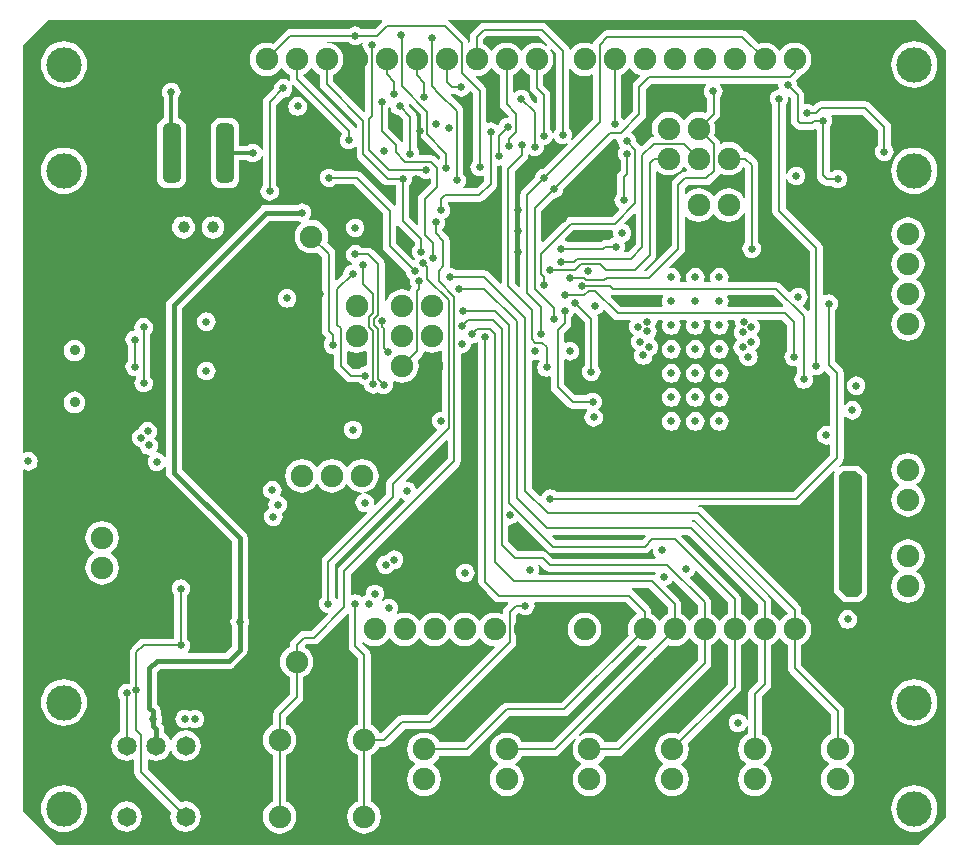
<source format=gbl>
%FSLAX23Y23*%
%MOIN*%
G70*
G01*
G75*
G04 Layer_Physical_Order=4*
G04 Layer_Color=16711680*
%ADD10R,0.039X0.037*%
%ADD11R,0.050X0.060*%
%ADD12R,0.060X0.050*%
%ADD13R,0.059X0.039*%
%ADD14R,0.083X0.026*%
%ADD15R,0.256X0.630*%
%ADD16R,0.035X0.031*%
%ADD17R,0.035X0.031*%
%ADD18R,0.028X0.031*%
%ADD19R,0.039X0.059*%
%ADD20R,0.197X0.197*%
%ADD21R,0.035X0.010*%
%ADD22R,0.010X0.035*%
%ADD23R,0.118X0.177*%
%ADD24R,0.079X0.295*%
%ADD25R,0.126X0.059*%
%ADD26R,0.055X0.150*%
%ADD27R,0.050X0.014*%
%ADD28R,0.110X0.020*%
%ADD29R,0.098X0.079*%
%ADD30R,0.087X0.024*%
%ADD31R,0.071X0.016*%
%ADD32R,0.079X0.079*%
%ADD33R,0.047X0.043*%
%ADD34R,0.043X0.047*%
%ADD35R,0.063X0.197*%
%ADD36R,0.010X0.026*%
%ADD37R,0.026X0.010*%
%ADD38R,0.150X0.150*%
%ADD39R,0.037X0.039*%
G04:AMPARAMS|DCode=40|XSize=14mil|YSize=33mil|CornerRadius=1mil|HoleSize=0mil|Usage=FLASHONLY|Rotation=270.000|XOffset=0mil|YOffset=0mil|HoleType=Round|Shape=RoundedRectangle|*
%AMROUNDEDRECTD40*
21,1,0.014,0.031,0,0,270.0*
21,1,0.011,0.033,0,0,270.0*
1,1,0.003,-0.015,-0.006*
1,1,0.003,-0.015,0.006*
1,1,0.003,0.015,0.006*
1,1,0.003,0.015,-0.006*
%
%ADD40ROUNDEDRECTD40*%
%ADD41R,0.063X0.094*%
%ADD42C,0.008*%
%ADD43C,0.015*%
%ADD44C,0.020*%
%ADD45C,0.025*%
%ADD46C,0.018*%
%ADD47C,0.012*%
%ADD48C,0.010*%
%ADD49C,0.075*%
%ADD50C,0.065*%
%ADD51C,0.118*%
%ADD52C,0.035*%
%ADD53C,0.025*%
%ADD54C,0.039*%
G04:AMPARAMS|DCode=55|XSize=197mil|YSize=60mil|CornerRadius=15mil|HoleSize=0mil|Usage=FLASHONLY|Rotation=90.000|XOffset=0mil|YOffset=0mil|HoleType=Round|Shape=RoundedRectangle|*
%AMROUNDEDRECTD55*
21,1,0.197,0.030,0,0,90.0*
21,1,0.167,0.060,0,0,90.0*
1,1,0.030,0.015,0.083*
1,1,0.030,0.015,-0.083*
1,1,0.030,-0.015,-0.083*
1,1,0.030,-0.015,0.083*
%
%ADD55ROUNDEDRECTD55*%
G36*
X2575Y1855D02*
X2573Y1850D01*
X2392D01*
X2389Y1855D01*
X2392Y1860D01*
X2393Y1868D01*
X2392Y1876D01*
X2389Y1883D01*
X2391Y1888D01*
X2543D01*
X2575Y1855D01*
D02*
G37*
G36*
X1346Y2066D02*
Y2054D01*
X1341Y2048D01*
X1338Y2041D01*
X1337Y2033D01*
X1338Y2025D01*
X1341Y2018D01*
X1346Y2011D01*
X1346Y2011D01*
X1343Y2006D01*
X1341Y2006D01*
X1285Y2061D01*
Y2120D01*
X1290Y2121D01*
X1346Y2066D01*
D02*
G37*
G36*
X2007Y1888D02*
X2173D01*
X2175Y1883D01*
X2172Y1876D01*
X2171Y1868D01*
X2172Y1860D01*
X2175Y1855D01*
X2172Y1850D01*
X2033D01*
X2000Y1884D01*
X2002Y1889D01*
X2007Y1888D01*
D02*
G37*
G36*
X2290Y856D02*
Y826D01*
X2285Y824D01*
X2273Y815D01*
X2265Y804D01*
X2260D01*
X2252Y815D01*
X2241Y824D01*
X2235Y826D01*
Y858D01*
X2233Y867D01*
X2228Y874D01*
X2185Y918D01*
X2185Y919D01*
X2192Y922D01*
X2199Y927D01*
X2204Y934D01*
X2205Y936D01*
X2209Y937D01*
X2290Y856D01*
D02*
G37*
G36*
X2190Y849D02*
Y826D01*
X2185Y824D01*
X2173Y815D01*
X2165Y804D01*
X2160D01*
X2152Y815D01*
X2141Y824D01*
X2135Y826D01*
Y834D01*
X2133Y843D01*
X2128Y850D01*
X2076Y903D01*
X2069Y908D01*
X2070Y913D01*
X2127D01*
X2190Y849D01*
D02*
G37*
G36*
X2083Y2158D02*
Y2059D01*
X2056Y2033D01*
X2047D01*
X2044Y2037D01*
X2047Y2043D01*
X2048Y2051D01*
X2047Y2059D01*
X2045Y2064D01*
X2046Y2066D01*
X2053Y2069D01*
X2060Y2074D01*
X2065Y2081D01*
X2068Y2088D01*
X2069Y2096D01*
X2068Y2104D01*
X2065Y2111D01*
X2060Y2118D01*
X2053Y2123D01*
X2046Y2126D01*
X2045Y2128D01*
X2078Y2160D01*
X2083Y2158D01*
D02*
G37*
G36*
X1473Y736D02*
X1485Y727D01*
X1498Y721D01*
X1513Y719D01*
X1527Y721D01*
X1541Y727D01*
X1552Y736D01*
X1560Y746D01*
X1565D01*
X1573Y736D01*
X1585Y727D01*
X1598Y721D01*
X1611Y719D01*
X1613Y715D01*
X1387Y488D01*
X1304D01*
X1295Y487D01*
X1288Y482D01*
X1235Y429D01*
X1229D01*
X1226Y434D01*
X1218Y446D01*
X1206Y455D01*
X1200Y457D01*
Y690D01*
X1199Y699D01*
X1194Y706D01*
X1171Y728D01*
Y731D01*
X1176Y733D01*
X1185Y727D01*
X1198Y721D01*
X1213Y719D01*
X1227Y721D01*
X1241Y727D01*
X1252Y736D01*
X1260Y746D01*
X1265D01*
X1273Y736D01*
X1285Y727D01*
X1298Y721D01*
X1313Y719D01*
X1327Y721D01*
X1341Y727D01*
X1352Y736D01*
X1360Y746D01*
X1365D01*
X1373Y736D01*
X1385Y727D01*
X1398Y721D01*
X1413Y719D01*
X1427Y721D01*
X1441Y727D01*
X1452Y736D01*
X1460Y746D01*
X1465D01*
X1473Y736D01*
D02*
G37*
G36*
X1370Y2280D02*
X1377Y2277D01*
X1385Y2276D01*
X1393Y2277D01*
X1395Y2278D01*
X1400Y2276D01*
Y2260D01*
X1364Y2225D01*
X1359Y2218D01*
X1358Y2209D01*
Y2124D01*
X1353Y2122D01*
X1328Y2146D01*
Y2256D01*
X1333Y2262D01*
X1336Y2269D01*
X1337Y2277D01*
X1336Y2281D01*
X1340Y2285D01*
X1364D01*
X1370Y2280D01*
D02*
G37*
G36*
X2273Y736D02*
X2285Y727D01*
X2290Y724D01*
Y671D01*
X2017Y398D01*
X1980D01*
X1978Y403D01*
X1969Y415D01*
X1957Y424D01*
X1944Y429D01*
X1929Y431D01*
X1915Y429D01*
X1901Y424D01*
X1896Y419D01*
X1892Y423D01*
X2193Y723D01*
X2198Y721D01*
X2213Y719D01*
X2227Y721D01*
X2241Y727D01*
X2252Y736D01*
X2260Y746D01*
X2265D01*
X2273Y736D01*
D02*
G37*
G36*
X2008Y2101D02*
X2007Y2096D01*
X2008Y2088D01*
X2010Y2085D01*
X2008Y2080D01*
X2002Y2078D01*
X1996Y2073D01*
X1982D01*
X1973Y2072D01*
X1966Y2067D01*
X1966Y2066D01*
X1856D01*
X1850Y2071D01*
X1848Y2072D01*
X1847Y2076D01*
X1875Y2105D01*
X2005D01*
X2008Y2101D01*
D02*
G37*
G36*
X2022Y2405D02*
X2022Y2403D01*
X2023Y2395D01*
X2026Y2388D01*
X2031Y2381D01*
X2031Y2379D01*
X2028Y2375D01*
X2025Y2368D01*
X2024Y2360D01*
X2025Y2352D01*
X2028Y2345D01*
X2033Y2339D01*
Y2303D01*
X2027Y2298D01*
X2022Y2291D01*
X2021Y2282D01*
Y2227D01*
X2016Y2221D01*
X2013Y2214D01*
X2012Y2206D01*
X2013Y2198D01*
X2016Y2191D01*
X2021Y2184D01*
X2028Y2179D01*
X2028Y2179D01*
X2029Y2174D01*
X2004Y2149D01*
X1866D01*
X1857Y2148D01*
X1850Y2143D01*
X1774Y2067D01*
X1769Y2069D01*
Y2170D01*
X1811Y2211D01*
X1818Y2212D01*
X1825Y2215D01*
X1832Y2220D01*
X1837Y2227D01*
X1840Y2234D01*
X1841Y2241D01*
X2008Y2409D01*
X2019D01*
X2022Y2405D01*
D02*
G37*
G36*
X1559Y1730D02*
Y933D01*
X1561Y925D01*
X1566Y918D01*
X1566Y918D01*
X1566Y918D01*
X1612Y871D01*
X1612Y871D01*
X1612D01*
X1612Y871D01*
X1612D01*
X1612Y871D01*
Y871D01*
Y871D01*
D01*
D01*
X1612D01*
Y871D01*
X1619Y866D01*
X1628Y865D01*
X1657D01*
X1659Y860D01*
X1647Y848D01*
X1642Y841D01*
X1641Y832D01*
Y828D01*
X1636Y825D01*
X1627Y829D01*
X1613Y831D01*
X1598Y829D01*
X1585Y824D01*
X1573Y815D01*
X1565Y804D01*
X1560D01*
X1552Y815D01*
X1541Y824D01*
X1527Y829D01*
X1513Y831D01*
X1498Y829D01*
X1485Y824D01*
X1473Y815D01*
X1465Y804D01*
X1460D01*
X1452Y815D01*
X1441Y824D01*
X1427Y829D01*
X1413Y831D01*
X1398Y829D01*
X1385Y824D01*
X1373Y815D01*
X1365Y804D01*
X1360D01*
X1352Y815D01*
X1341Y824D01*
X1327Y829D01*
X1313Y831D01*
X1298Y829D01*
X1289Y825D01*
X1286Y829D01*
X1287Y831D01*
X1290Y838D01*
X1291Y846D01*
X1290Y854D01*
X1287Y861D01*
X1282Y868D01*
X1275Y873D01*
X1268Y876D01*
X1260Y877D01*
X1252Y876D01*
X1245Y873D01*
X1241Y870D01*
X1237Y873D01*
X1241Y878D01*
X1244Y885D01*
X1245Y893D01*
X1244Y901D01*
X1241Y908D01*
X1236Y915D01*
X1229Y920D01*
X1222Y923D01*
X1214Y924D01*
X1206Y923D01*
X1199Y920D01*
X1192Y915D01*
X1187Y908D01*
X1184Y901D01*
X1183Y893D01*
X1184Y889D01*
X1179Y887D01*
X1172Y882D01*
X1171Y883D01*
X1171Y883D01*
X1164Y888D01*
X1157Y891D01*
X1149Y892D01*
X1141Y891D01*
X1139Y890D01*
X1134Y892D01*
Y960D01*
X1494Y1319D01*
X1499Y1326D01*
X1500Y1335D01*
X1500Y1335D01*
X1500Y1335D01*
Y1335D01*
Y1693D01*
X1504Y1696D01*
X1512Y1697D01*
X1519Y1700D01*
X1526Y1705D01*
X1531Y1712D01*
X1534Y1719D01*
X1535Y1727D01*
D01*
X1537Y1727D01*
X1537D01*
X1545Y1728D01*
X1552Y1731D01*
X1556Y1734D01*
X1559Y1730D01*
D02*
G37*
G36*
X1781Y973D02*
X1781D01*
X1781Y973D01*
X1781D01*
X1781Y973D01*
Y973D01*
X1781Y973D01*
Y973D01*
X1788Y968D01*
X1797Y967D01*
X2147D01*
X2150Y962D01*
X2147Y957D01*
X2147Y957D01*
X2145Y956D01*
X2136Y957D01*
X1761D01*
X1758Y962D01*
X1760Y966D01*
X1761Y974D01*
X1760Y982D01*
X1757Y989D01*
X1757Y991D01*
X1764D01*
X1781Y973D01*
D02*
G37*
G36*
X2829Y1292D02*
X2836Y1285D01*
Y1245D01*
Y900D01*
X2837Y899D01*
X2822Y884D01*
X2784D01*
X2783Y885D01*
X2761Y907D01*
Y1061D01*
Y1289D01*
X2774Y1302D01*
X2819D01*
X2829Y1292D01*
D02*
G37*
G36*
X2116Y1086D02*
X2104Y1074D01*
X1816D01*
X1804Y1086D01*
X1806Y1091D01*
X2114D01*
X2116Y1086D01*
D02*
G37*
G36*
X1456Y1403D02*
Y1344D01*
X1355Y1244D01*
X1350Y1245D01*
X1348Y1251D01*
X1343Y1258D01*
X1336Y1263D01*
X1329Y1266D01*
X1321Y1267D01*
X1319Y1266D01*
X1317Y1271D01*
X1451Y1405D01*
X1456Y1403D01*
D02*
G37*
G36*
X1791Y1035D02*
X1798Y1031D01*
X1807Y1029D01*
X2113D01*
X2122Y1031D01*
X2129Y1035D01*
X2137Y1044D01*
X2142Y1042D01*
X2141Y1038D01*
X2142Y1030D01*
X2145Y1023D01*
X2150Y1016D01*
X2150Y1016D01*
X2149Y1011D01*
X1806D01*
X1789Y1029D01*
X1782Y1034D01*
X1773Y1035D01*
X1690D01*
X1659Y1066D01*
Y1121D01*
X1663Y1124D01*
X1664Y1124D01*
X1672Y1125D01*
X1679Y1128D01*
X1686Y1133D01*
X1687Y1135D01*
X1692Y1135D01*
X1791Y1035D01*
D02*
G37*
G36*
X2008Y1812D02*
X2008D01*
X2008Y1812D01*
X2008D01*
X2008Y1812D01*
Y1812D01*
X2008Y1812D01*
Y1812D01*
X2015Y1807D01*
X2024Y1806D01*
X2065D01*
X2067Y1801D01*
X2065Y1798D01*
X2062Y1791D01*
X2061Y1783D01*
X2062Y1775D01*
X2065Y1768D01*
X2070Y1761D01*
X2073Y1759D01*
X2076Y1755D01*
X2071Y1748D01*
X2068Y1741D01*
X2067Y1733D01*
X2068Y1725D01*
X2071Y1718D01*
X2076Y1711D01*
X2083Y1706D01*
X2083Y1704D01*
X2082Y1703D01*
X2079Y1696D01*
X2078Y1688D01*
X2079Y1680D01*
X2082Y1673D01*
X2087Y1666D01*
X2094Y1661D01*
X2101Y1658D01*
X2109Y1657D01*
X2117Y1658D01*
X2124Y1661D01*
X2131Y1666D01*
X2136Y1673D01*
X2139Y1680D01*
X2140Y1688D01*
X2140Y1689D01*
X2141Y1689D01*
X2148Y1694D01*
X2153Y1701D01*
X2156Y1708D01*
X2157Y1716D01*
X2156Y1724D01*
X2153Y1731D01*
X2148Y1738D01*
X2141Y1743D01*
X2141Y1744D01*
X2144Y1746D01*
X2149Y1753D01*
X2152Y1760D01*
X2153Y1768D01*
X2152Y1776D01*
X2149Y1783D01*
X2148Y1785D01*
X2149Y1786D01*
X2152Y1793D01*
X2153Y1801D01*
X2153Y1802D01*
X2156Y1806D01*
X2172D01*
X2175Y1801D01*
X2172Y1796D01*
X2171Y1788D01*
X2172Y1780D01*
X2175Y1773D01*
X2180Y1766D01*
X2187Y1761D01*
X2194Y1758D01*
X2202Y1757D01*
X2210Y1758D01*
X2217Y1761D01*
X2224Y1766D01*
X2229Y1773D01*
X2232Y1780D01*
X2233Y1788D01*
X2232Y1796D01*
X2229Y1803D01*
X2230Y1806D01*
X2252D01*
X2255Y1801D01*
X2252Y1796D01*
X2251Y1788D01*
X2252Y1780D01*
X2255Y1773D01*
X2260Y1766D01*
X2267Y1761D01*
X2274Y1758D01*
X2282Y1757D01*
X2290Y1758D01*
X2297Y1761D01*
X2304Y1766D01*
X2309Y1773D01*
X2312Y1780D01*
X2313Y1788D01*
X2312Y1796D01*
X2309Y1803D01*
X2310Y1806D01*
X2332D01*
X2335Y1801D01*
X2332Y1796D01*
X2331Y1788D01*
X2332Y1780D01*
X2335Y1773D01*
X2340Y1766D01*
X2347Y1761D01*
X2354Y1758D01*
X2362Y1757D01*
X2370Y1758D01*
X2377Y1761D01*
X2384Y1766D01*
X2389Y1773D01*
X2392Y1780D01*
X2393Y1788D01*
X2392Y1796D01*
X2389Y1803D01*
X2390Y1806D01*
X2411D01*
X2414Y1802D01*
X2414Y1801D01*
X2415Y1793D01*
X2418Y1786D01*
X2414Y1781D01*
X2411Y1774D01*
X2410Y1766D01*
X2411Y1758D01*
X2414Y1751D01*
X2419Y1744D01*
X2420Y1743D01*
Y1738D01*
X2418Y1737D01*
X2413Y1730D01*
X2410Y1723D01*
X2409Y1715D01*
X2410Y1707D01*
X2413Y1700D01*
X2418Y1693D01*
X2425Y1688D01*
X2429Y1687D01*
X2428Y1684D01*
X2429Y1676D01*
X2432Y1669D01*
X2437Y1662D01*
X2444Y1657D01*
X2451Y1654D01*
X2459Y1653D01*
X2467Y1654D01*
X2474Y1657D01*
X2481Y1662D01*
X2486Y1669D01*
X2489Y1676D01*
X2490Y1684D01*
X2489Y1692D01*
X2486Y1699D01*
X2482Y1704D01*
X2482Y1706D01*
X2489Y1711D01*
X2494Y1718D01*
X2497Y1725D01*
X2498Y1733D01*
X2497Y1741D01*
X2494Y1748D01*
X2489Y1755D01*
X2488Y1755D01*
Y1760D01*
X2489Y1761D01*
X2494Y1768D01*
X2497Y1775D01*
X2498Y1783D01*
X2497Y1791D01*
X2494Y1798D01*
X2489Y1805D01*
X2489Y1806D01*
X2571D01*
X2588Y1789D01*
Y1704D01*
X2583Y1698D01*
X2580Y1691D01*
X2579Y1683D01*
X2580Y1675D01*
X2583Y1668D01*
X2588Y1661D01*
X2595Y1656D01*
X2602Y1653D01*
X2610Y1652D01*
X2617Y1653D01*
X2621Y1650D01*
Y1629D01*
X2616Y1623D01*
X2613Y1616D01*
X2612Y1608D01*
X2613Y1600D01*
X2616Y1593D01*
X2621Y1586D01*
X2628Y1581D01*
X2635Y1578D01*
X2643Y1577D01*
X2651Y1578D01*
X2658Y1581D01*
X2665Y1586D01*
X2670Y1593D01*
X2673Y1600D01*
X2674Y1608D01*
X2673Y1616D01*
X2671Y1621D01*
X2674Y1624D01*
X2677Y1623D01*
X2685Y1622D01*
X2693Y1623D01*
X2700Y1626D01*
X2707Y1631D01*
X2710Y1636D01*
X2715Y1636D01*
X2732Y1620D01*
Y1454D01*
X2727Y1452D01*
X2727Y1452D01*
X2719Y1453D01*
X2711Y1452D01*
X2704Y1449D01*
X2697Y1444D01*
X2692Y1437D01*
X2689Y1430D01*
X2688Y1422D01*
X2689Y1414D01*
X2692Y1407D01*
X2697Y1400D01*
X2704Y1395D01*
X2711Y1392D01*
X2719Y1391D01*
X2727Y1392D01*
X2727Y1392D01*
X2732Y1390D01*
Y1355D01*
X2610Y1233D01*
X1820D01*
X1814Y1238D01*
X1807Y1241D01*
X1799Y1242D01*
X1791Y1241D01*
X1784Y1238D01*
X1777Y1233D01*
X1772Y1226D01*
X1770Y1220D01*
X1765Y1219D01*
X1737Y1246D01*
Y1670D01*
X1741Y1673D01*
X1747Y1672D01*
X1755Y1673D01*
X1759Y1675D01*
X1762Y1673D01*
X1763Y1668D01*
X1759Y1663D01*
X1756Y1656D01*
X1755Y1648D01*
X1756Y1640D01*
X1759Y1633D01*
X1764Y1626D01*
X1771Y1621D01*
X1778Y1618D01*
X1786Y1617D01*
X1794Y1618D01*
X1796Y1619D01*
X1801Y1617D01*
Y1583D01*
X1802Y1574D01*
X1807Y1567D01*
X1807Y1567D01*
X1807Y1567D01*
X1857Y1517D01*
X1857Y1517D01*
X1857D01*
X1857Y1517D01*
X1857D01*
X1857Y1517D01*
Y1517D01*
Y1517D01*
D01*
D01*
X1857D01*
Y1517D01*
X1864Y1512D01*
X1873Y1511D01*
X1919D01*
X1921Y1509D01*
Y1504D01*
X1921Y1504D01*
X1916Y1497D01*
X1913Y1490D01*
X1912Y1482D01*
X1913Y1474D01*
X1916Y1467D01*
X1921Y1460D01*
X1928Y1455D01*
X1935Y1452D01*
X1943Y1451D01*
X1951Y1452D01*
X1958Y1455D01*
X1965Y1460D01*
X1970Y1467D01*
X1973Y1474D01*
X1974Y1482D01*
X1973Y1490D01*
X1970Y1497D01*
X1965Y1504D01*
X1958Y1509D01*
X1958Y1509D01*
X1962Y1511D01*
X1967Y1518D01*
X1970Y1525D01*
X1971Y1533D01*
X1970Y1541D01*
X1967Y1548D01*
X1962Y1555D01*
X1955Y1560D01*
X1948Y1563D01*
X1940Y1564D01*
X1932Y1563D01*
X1925Y1560D01*
X1919Y1555D01*
X1882D01*
X1845Y1592D01*
Y1672D01*
X1850Y1675D01*
X1856Y1672D01*
X1864Y1671D01*
X1872Y1672D01*
X1879Y1675D01*
X1886Y1680D01*
X1891Y1687D01*
X1894Y1694D01*
X1895Y1702D01*
X1894Y1710D01*
X1891Y1717D01*
X1886Y1724D01*
X1879Y1729D01*
X1872Y1732D01*
X1864Y1733D01*
X1856Y1732D01*
X1850Y1729D01*
X1845Y1732D01*
Y1763D01*
X1862Y1779D01*
X1867Y1786D01*
X1868Y1795D01*
Y1815D01*
X1873Y1821D01*
X1876Y1828D01*
X1876Y1832D01*
X1881Y1831D01*
X1913Y1800D01*
Y1654D01*
X1908Y1648D01*
X1905Y1641D01*
X1904Y1633D01*
X1905Y1625D01*
X1908Y1618D01*
X1913Y1611D01*
X1920Y1606D01*
X1927Y1603D01*
X1935Y1602D01*
X1943Y1603D01*
X1950Y1606D01*
X1957Y1611D01*
X1962Y1618D01*
X1965Y1625D01*
X1966Y1633D01*
X1965Y1641D01*
X1962Y1648D01*
X1957Y1654D01*
Y1809D01*
X1956Y1818D01*
X1954Y1820D01*
X1955Y1822D01*
X1962Y1825D01*
X1969Y1830D01*
X1974Y1837D01*
X1975Y1840D01*
X1980Y1841D01*
X2008Y1812D01*
D02*
G37*
G36*
X2390Y866D02*
Y826D01*
X2385Y824D01*
X2373Y815D01*
X2365Y804D01*
X2360D01*
X2352Y815D01*
X2341Y824D01*
X2335Y826D01*
Y865D01*
X2333Y874D01*
X2328Y881D01*
X2265Y945D01*
X2265Y948D01*
X2272Y953D01*
X2277Y960D01*
X2280Y967D01*
X2280Y970D01*
X2285Y971D01*
X2390Y866D01*
D02*
G37*
G36*
X1186Y1701D02*
Y1655D01*
X1182Y1652D01*
X1181Y1652D01*
X1173Y1651D01*
X1166Y1648D01*
X1160Y1643D01*
X1142D01*
X1122Y1663D01*
Y1700D01*
X1127Y1703D01*
X1139Y1698D01*
X1153Y1696D01*
X1167Y1698D01*
X1181Y1704D01*
X1181Y1704D01*
X1186Y1701D01*
D02*
G37*
G36*
X2490Y858D02*
Y826D01*
X2485Y824D01*
X2473Y815D01*
X2465Y804D01*
X2460D01*
X2452Y815D01*
X2441Y824D01*
X2435Y826D01*
Y875D01*
X2433Y884D01*
X2428Y891D01*
X2234Y1086D01*
X2236Y1091D01*
X2258D01*
X2490Y858D01*
D02*
G37*
G36*
X1306Y1209D02*
X1312Y1207D01*
X1313Y1202D01*
X1096Y985D01*
X1091Y978D01*
X1090Y969D01*
Y877D01*
X1085Y876D01*
X1085Y876D01*
X1080Y882D01*
Y991D01*
X1289Y1199D01*
X1294Y1207D01*
X1295Y1211D01*
X1298Y1213D01*
X1300Y1214D01*
X1306Y1209D01*
D02*
G37*
G36*
X2590Y831D02*
Y826D01*
X2585Y824D01*
X2573Y815D01*
X2565Y804D01*
X2560D01*
X2552Y815D01*
X2541Y824D01*
X2535Y826D01*
Y867D01*
X2533Y876D01*
X2528Y883D01*
X2283Y1129D01*
X2276Y1134D01*
X2267Y1135D01*
Y1136D01*
X2271Y1140D01*
X2282D01*
X2590Y831D01*
D02*
G37*
G36*
X1636Y2321D02*
X1638Y2319D01*
X1637Y2311D01*
Y1929D01*
X1632Y1927D01*
X1593Y1966D01*
X1586Y1971D01*
X1577Y1972D01*
X1484D01*
X1478Y1977D01*
X1471Y1980D01*
X1463Y1981D01*
X1463Y1981D01*
X1463Y1985D01*
Y2071D01*
X1462Y2080D01*
X1457Y2087D01*
X1438Y2105D01*
Y2111D01*
X1443Y2117D01*
X1446Y2124D01*
X1447Y2132D01*
X1446Y2140D01*
X1444Y2143D01*
X1449Y2145D01*
X1456Y2150D01*
X1461Y2157D01*
X1464Y2164D01*
X1465Y2172D01*
X1464Y2180D01*
X1461Y2187D01*
X1456Y2193D01*
Y2199D01*
X1458Y2201D01*
X1562D01*
X1571Y2202D01*
X1578Y2207D01*
X1578Y2207D01*
X1578Y2207D01*
X1616Y2245D01*
X1621Y2252D01*
X1622Y2261D01*
Y2318D01*
X1626Y2321D01*
X1634Y2322D01*
X1634Y2322D01*
X1636Y2321D01*
D02*
G37*
G36*
X2073Y2636D02*
X2085Y2627D01*
X2096Y2622D01*
X2097Y2617D01*
X2079Y2600D01*
X2074Y2593D01*
X2073Y2584D01*
Y2502D01*
X2045Y2474D01*
X2040Y2475D01*
X2039Y2477D01*
X2035Y2482D01*
Y2624D01*
X2041Y2627D01*
X2052Y2636D01*
X2060Y2646D01*
X2065D01*
X2073Y2636D01*
D02*
G37*
G36*
X2559Y2589D02*
X2559Y2588D01*
X2560Y2580D01*
X2561Y2578D01*
X2559Y2573D01*
X2553Y2573D01*
X2546Y2570D01*
X2539Y2565D01*
X2534Y2558D01*
X2531Y2551D01*
X2530Y2543D01*
X2531Y2535D01*
X2534Y2528D01*
X2539Y2522D01*
Y2169D01*
X2540Y2160D01*
X2545Y2153D01*
X2545Y2153D01*
X2545Y2153D01*
X2663Y2036D01*
Y1838D01*
X2658Y1836D01*
X2640Y1854D01*
X2640Y1856D01*
X2647Y1861D01*
X2652Y1868D01*
X2655Y1875D01*
X2656Y1883D01*
X2655Y1891D01*
X2652Y1898D01*
X2647Y1905D01*
X2640Y1910D01*
X2633Y1913D01*
X2625Y1914D01*
X2617Y1913D01*
X2610Y1910D01*
X2603Y1905D01*
X2599Y1900D01*
X2594Y1899D01*
X2568Y1926D01*
X2561Y1931D01*
X2552Y1932D01*
X2393D01*
X2390Y1937D01*
X2392Y1940D01*
X2393Y1948D01*
X2392Y1956D01*
X2389Y1963D01*
X2384Y1970D01*
X2377Y1975D01*
X2370Y1978D01*
X2362Y1979D01*
X2354Y1978D01*
X2347Y1975D01*
X2340Y1970D01*
X2335Y1963D01*
X2332Y1956D01*
X2331Y1948D01*
X2332Y1940D01*
X2334Y1937D01*
X2331Y1932D01*
X2313D01*
X2310Y1937D01*
X2312Y1940D01*
X2313Y1948D01*
X2312Y1956D01*
X2309Y1963D01*
X2304Y1970D01*
X2297Y1975D01*
X2290Y1978D01*
X2282Y1979D01*
X2274Y1978D01*
X2267Y1975D01*
X2260Y1970D01*
X2255Y1963D01*
X2252Y1956D01*
X2251Y1948D01*
X2252Y1940D01*
X2254Y1937D01*
X2251Y1932D01*
X2233D01*
X2230Y1937D01*
X2232Y1940D01*
X2233Y1948D01*
X2232Y1956D01*
X2229Y1963D01*
X2224Y1970D01*
X2217Y1975D01*
X2210Y1978D01*
X2202Y1979D01*
X2198Y1978D01*
X2195Y1983D01*
X2241Y2028D01*
X2241Y2028D01*
X2241Y2028D01*
X2246Y2035D01*
X2247Y2044D01*
Y2149D01*
X2252Y2151D01*
X2253Y2149D01*
X2265Y2141D01*
X2279Y2135D01*
X2293Y2133D01*
X2307Y2135D01*
X2321Y2141D01*
X2333Y2149D01*
X2341Y2160D01*
X2345D01*
X2353Y2149D01*
X2365Y2141D01*
X2379Y2135D01*
X2393Y2133D01*
X2407Y2135D01*
X2421Y2141D01*
X2433Y2149D01*
X2441Y2161D01*
X2443Y2164D01*
X2448Y2163D01*
Y2065D01*
X2443Y2059D01*
X2440Y2052D01*
X2439Y2044D01*
X2440Y2036D01*
X2443Y2029D01*
X2448Y2022D01*
X2455Y2017D01*
X2462Y2014D01*
X2470Y2013D01*
X2478Y2014D01*
X2485Y2017D01*
X2492Y2022D01*
X2497Y2029D01*
X2500Y2036D01*
X2501Y2044D01*
X2500Y2052D01*
X2497Y2059D01*
X2492Y2065D01*
Y2322D01*
X2491Y2331D01*
X2486Y2338D01*
X2464Y2360D01*
X2457Y2365D01*
X2448Y2366D01*
X2444D01*
X2441Y2372D01*
X2433Y2384D01*
X2421Y2392D01*
X2407Y2398D01*
X2393Y2400D01*
X2379Y2398D01*
X2369Y2394D01*
X2365Y2397D01*
X2364Y2403D01*
X2359Y2410D01*
X2345Y2424D01*
X2347Y2430D01*
X2349Y2444D01*
X2347Y2458D01*
X2345Y2464D01*
X2359Y2478D01*
X2359Y2478D01*
X2359Y2478D01*
X2364Y2485D01*
X2365Y2494D01*
Y2548D01*
X2369Y2553D01*
X2372Y2560D01*
X2373Y2568D01*
X2372Y2576D01*
X2369Y2583D01*
X2364Y2590D01*
X2365Y2593D01*
X2556D01*
X2559Y2589D01*
D02*
G37*
G36*
X1818Y2695D02*
Y2444D01*
X1813Y2438D01*
X1810Y2431D01*
X1810Y2430D01*
X1805Y2429D01*
X1803Y2435D01*
X1798Y2441D01*
Y2557D01*
X1797Y2566D01*
X1792Y2573D01*
X1775Y2590D01*
Y2624D01*
X1781Y2627D01*
X1792Y2636D01*
X1801Y2647D01*
X1807Y2661D01*
X1809Y2675D01*
X1807Y2690D01*
X1801Y2703D01*
X1798Y2707D01*
X1802Y2711D01*
X1818Y2695D01*
D02*
G37*
G36*
X1013Y2636D02*
X1025Y2627D01*
X1030Y2624D01*
Y2592D01*
X1032Y2584D01*
X1037Y2577D01*
X1037Y2577D01*
X1037Y2577D01*
X1153Y2461D01*
Y2447D01*
X1148Y2446D01*
X1143Y2453D01*
X975Y2621D01*
Y2624D01*
X981Y2627D01*
X992Y2636D01*
X1000Y2646D01*
X1005D01*
X1013Y2636D01*
D02*
G37*
G36*
X1613D02*
X1625Y2627D01*
X1630Y2624D01*
Y2525D01*
X1632Y2517D01*
X1637Y2510D01*
X1637Y2510D01*
X1637Y2510D01*
X1661Y2485D01*
X1659Y2481D01*
X1659Y2481D01*
X1657Y2481D01*
X1649Y2480D01*
X1642Y2477D01*
X1635Y2472D01*
X1630Y2465D01*
X1627Y2458D01*
X1627Y2456D01*
X1622Y2455D01*
X1622Y2456D01*
X1615Y2461D01*
X1608Y2464D01*
X1600Y2465D01*
X1592Y2464D01*
X1590Y2463D01*
X1585Y2465D01*
Y2570D01*
X1584Y2579D01*
X1579Y2586D01*
X1550Y2615D01*
X1552Y2619D01*
X1553Y2619D01*
X1567Y2621D01*
X1581Y2627D01*
X1592Y2636D01*
X1600Y2646D01*
X1605D01*
X1613Y2636D01*
D02*
G37*
G36*
X1713D02*
X1725Y2627D01*
X1730Y2624D01*
Y2580D01*
X1732Y2572D01*
X1737Y2565D01*
X1737Y2565D01*
X1737Y2565D01*
X1754Y2548D01*
Y2530D01*
X1749Y2528D01*
X1733Y2544D01*
X1732Y2551D01*
X1729Y2558D01*
X1724Y2565D01*
X1717Y2570D01*
X1710Y2573D01*
X1702Y2574D01*
X1694Y2573D01*
X1687Y2570D01*
X1680Y2565D01*
X1680Y2564D01*
X1675Y2566D01*
Y2624D01*
X1681Y2627D01*
X1692Y2636D01*
X1700Y2646D01*
X1705D01*
X1713Y2636D01*
D02*
G37*
G36*
X1541Y2561D02*
Y2337D01*
X1536Y2331D01*
X1533Y2324D01*
X1532Y2316D01*
X1533Y2308D01*
X1536Y2301D01*
X1541Y2294D01*
X1548Y2289D01*
X1555Y2286D01*
X1563Y2285D01*
X1571Y2286D01*
X1573Y2287D01*
X1578Y2285D01*
Y2270D01*
X1553Y2245D01*
X1510D01*
X1509Y2250D01*
X1509Y2250D01*
X1514Y2257D01*
X1517Y2264D01*
X1518Y2272D01*
X1517Y2280D01*
X1514Y2287D01*
X1509Y2293D01*
Y2502D01*
X1508Y2511D01*
X1503Y2518D01*
X1465Y2556D01*
X1467Y2560D01*
X1472Y2560D01*
X1481D01*
X1487Y2555D01*
X1494Y2552D01*
X1502Y2551D01*
X1510Y2552D01*
X1517Y2555D01*
X1524Y2560D01*
X1529Y2567D01*
X1529Y2567D01*
X1534Y2568D01*
X1541Y2561D01*
D02*
G37*
G36*
X2319Y2588D02*
X2315Y2583D01*
X2312Y2576D01*
X2311Y2568D01*
X2312Y2560D01*
X2315Y2553D01*
X2320Y2546D01*
X2321Y2546D01*
Y2503D01*
X2313Y2496D01*
X2307Y2498D01*
X2293Y2500D01*
X2279Y2498D01*
X2265Y2492D01*
X2253Y2484D01*
X2246Y2473D01*
X2240D01*
X2233Y2484D01*
X2221Y2492D01*
X2207Y2498D01*
X2193Y2500D01*
X2179Y2498D01*
X2165Y2492D01*
X2153Y2484D01*
X2145Y2472D01*
X2139Y2458D01*
X2137Y2444D01*
X2139Y2430D01*
X2143Y2420D01*
X2140Y2416D01*
X2135Y2415D01*
X2128Y2410D01*
X2105Y2386D01*
X2100Y2387D01*
X2098Y2390D01*
X2084Y2404D01*
X2083Y2411D01*
X2080Y2418D01*
X2075Y2425D01*
X2068Y2430D01*
X2068Y2434D01*
X2111Y2477D01*
X2116Y2484D01*
X2117Y2493D01*
X2117Y2493D01*
X2117Y2493D01*
Y2493D01*
Y2575D01*
X2135Y2593D01*
X2317D01*
X2319Y2588D01*
D02*
G37*
G36*
X1133Y2727D02*
X1140Y2724D01*
X1148Y2723D01*
X1156Y2724D01*
X1163Y2727D01*
X1169Y2731D01*
X1171Y2730D01*
X1173Y2728D01*
X1172Y2724D01*
X1173Y2716D01*
X1176Y2709D01*
X1181Y2703D01*
Y2503D01*
X1176Y2501D01*
X1075Y2602D01*
Y2624D01*
X1081Y2627D01*
X1092Y2636D01*
X1101Y2647D01*
X1107Y2661D01*
X1109Y2675D01*
X1107Y2690D01*
X1101Y2703D01*
X1092Y2715D01*
X1081Y2724D01*
X1067Y2729D01*
X1053Y2731D01*
X1053Y2732D01*
X1127D01*
X1133Y2727D01*
D02*
G37*
G36*
X1873Y2636D02*
X1885Y2627D01*
X1898Y2621D01*
X1913Y2619D01*
X1927Y2621D01*
X1936Y2625D01*
X1941Y2622D01*
Y2475D01*
X1918Y2453D01*
X1871Y2406D01*
X1867Y2409D01*
X1870Y2415D01*
X1871Y2423D01*
X1870Y2431D01*
X1867Y2438D01*
X1862Y2444D01*
Y2642D01*
X1867Y2643D01*
X1873Y2636D01*
D02*
G37*
G36*
X2253Y2305D02*
X2251Y2300D01*
X2247D01*
X2238Y2299D01*
X2231Y2294D01*
X2209Y2272D01*
X2204Y2265D01*
X2203Y2256D01*
Y2053D01*
X2119Y1969D01*
X2114D01*
X2112Y1974D01*
X2146Y2008D01*
X2146Y2008D01*
X2146Y2008D01*
X2151Y2015D01*
X2152Y2024D01*
Y2300D01*
X2157Y2302D01*
X2165Y2296D01*
X2179Y2290D01*
X2193Y2288D01*
X2207Y2290D01*
X2221Y2296D01*
X2233Y2304D01*
X2240Y2315D01*
X2246D01*
X2253Y2305D01*
D02*
G37*
G36*
X2448Y2311D02*
Y2215D01*
X2443Y2214D01*
X2441Y2217D01*
X2433Y2229D01*
X2421Y2237D01*
X2407Y2243D01*
X2393Y2245D01*
X2379Y2243D01*
X2365Y2237D01*
X2353Y2229D01*
X2345Y2218D01*
X2341D01*
X2333Y2229D01*
X2321Y2237D01*
X2307Y2243D01*
X2293Y2245D01*
X2279Y2243D01*
X2265Y2237D01*
X2253Y2229D01*
X2252Y2227D01*
X2247Y2229D01*
Y2247D01*
X2256Y2256D01*
X2318D01*
X2327Y2257D01*
X2334Y2262D01*
X2359Y2287D01*
X2364Y2294D01*
X2371Y2293D01*
X2379Y2290D01*
X2393Y2288D01*
X2407Y2290D01*
X2421Y2296D01*
X2433Y2304D01*
X2440Y2315D01*
X2444Y2315D01*
X2448Y2311D01*
D02*
G37*
G36*
X3115Y2708D02*
X3119Y2704D01*
Y2283D01*
Y150D01*
X3029Y60D01*
X3024Y55D01*
X154D01*
X47Y162D01*
X41Y168D01*
Y324D01*
Y1305D01*
X45Y1308D01*
X51Y1305D01*
X59Y1304D01*
X67Y1305D01*
X74Y1308D01*
X81Y1313D01*
X86Y1320D01*
X89Y1327D01*
X90Y1335D01*
X89Y1343D01*
X86Y1350D01*
X81Y1357D01*
X74Y1362D01*
X67Y1365D01*
X59Y1366D01*
X51Y1365D01*
X45Y1362D01*
X41Y1365D01*
Y2724D01*
X66Y2749D01*
X123Y2806D01*
X1236D01*
X1238Y2801D01*
X1237Y2801D01*
X1213Y2776D01*
X1169D01*
X1163Y2781D01*
X1156Y2784D01*
X1148Y2785D01*
X1140Y2784D01*
X1133Y2781D01*
X1127Y2776D01*
X931D01*
X923Y2775D01*
X916Y2770D01*
X873Y2727D01*
X867Y2729D01*
X853Y2731D01*
X838Y2729D01*
X825Y2724D01*
X813Y2715D01*
X804Y2703D01*
X799Y2690D01*
X797Y2675D01*
X799Y2661D01*
X804Y2647D01*
X813Y2636D01*
X825Y2627D01*
X838Y2621D01*
X853Y2619D01*
X867Y2621D01*
X881Y2627D01*
X892Y2636D01*
X900Y2646D01*
X905D01*
X913Y2636D01*
X925Y2627D01*
X930Y2624D01*
Y2611D01*
X932Y2604D01*
X927Y2602D01*
X923Y2605D01*
X916Y2608D01*
X908Y2609D01*
X900Y2608D01*
X893Y2605D01*
X886Y2600D01*
X881Y2593D01*
X878Y2586D01*
X877Y2579D01*
X847Y2549D01*
X842Y2542D01*
X841Y2533D01*
Y2374D01*
X836Y2373D01*
X833Y2378D01*
X829Y2385D01*
X822Y2389D01*
X815Y2392D01*
X807Y2394D01*
X799Y2392D01*
X791Y2389D01*
X789Y2387D01*
X762D01*
Y2446D01*
X761Y2455D01*
X758Y2463D01*
X753Y2470D01*
X746Y2475D01*
X738Y2478D01*
X729Y2479D01*
X699D01*
X691Y2478D01*
X683Y2475D01*
X676Y2470D01*
X670Y2463D01*
X667Y2455D01*
X666Y2446D01*
Y2279D01*
X667Y2271D01*
X670Y2263D01*
X676Y2256D01*
X683Y2251D01*
X691Y2247D01*
X699Y2246D01*
X729D01*
X738Y2247D01*
X746Y2251D01*
X753Y2256D01*
X758Y2263D01*
X761Y2271D01*
X762Y2279D01*
Y2338D01*
X789D01*
X791Y2336D01*
X799Y2333D01*
X807Y2332D01*
X815Y2333D01*
X822Y2336D01*
X829Y2341D01*
X833Y2347D01*
X836Y2353D01*
X841Y2352D01*
Y2256D01*
X836Y2250D01*
X833Y2243D01*
X832Y2235D01*
X833Y2227D01*
X836Y2220D01*
X841Y2213D01*
X848Y2208D01*
X855Y2205D01*
X863Y2204D01*
X871Y2205D01*
X878Y2208D01*
X885Y2213D01*
X890Y2220D01*
X893Y2227D01*
X894Y2235D01*
X893Y2243D01*
X890Y2250D01*
X885Y2256D01*
Y2524D01*
X909Y2547D01*
X916Y2548D01*
X923Y2551D01*
X930Y2556D01*
X935Y2563D01*
X938Y2570D01*
X939Y2578D01*
X938Y2586D01*
X937Y2589D01*
X941Y2592D01*
X1105Y2428D01*
Y2427D01*
X1100Y2421D01*
X1097Y2414D01*
X1096Y2406D01*
X1097Y2398D01*
X1100Y2391D01*
X1105Y2384D01*
X1112Y2379D01*
X1119Y2376D01*
X1127Y2375D01*
X1135Y2376D01*
X1142Y2379D01*
X1148Y2384D01*
X1153Y2382D01*
Y2359D01*
X1154Y2350D01*
X1159Y2343D01*
X1241Y2261D01*
X1248Y2256D01*
X1257Y2255D01*
X1284D01*
Y2188D01*
X1279Y2187D01*
X1170Y2296D01*
X1163Y2301D01*
X1154Y2302D01*
X1082D01*
X1076Y2307D01*
X1069Y2310D01*
X1061Y2311D01*
X1053Y2310D01*
X1046Y2307D01*
X1039Y2302D01*
X1034Y2295D01*
X1031Y2288D01*
X1030Y2280D01*
X1031Y2272D01*
X1034Y2265D01*
X1039Y2258D01*
X1046Y2253D01*
X1053Y2250D01*
X1061Y2249D01*
X1069Y2250D01*
X1076Y2253D01*
X1082Y2258D01*
X1145D01*
X1241Y2162D01*
Y2052D01*
X1242Y2043D01*
X1247Y2036D01*
X1247Y2036D01*
X1247Y2036D01*
X1316Y1967D01*
X1317Y1960D01*
X1320Y1953D01*
X1325Y1946D01*
X1331Y1942D01*
X1330Y1936D01*
X1331Y1928D01*
X1334Y1921D01*
X1337Y1918D01*
X1333Y1913D01*
X1332Y1905D01*
X1327Y1902D01*
X1318Y1906D01*
X1304Y1908D01*
X1290Y1906D01*
X1276Y1900D01*
X1264Y1892D01*
X1256Y1880D01*
X1251Y1870D01*
X1246Y1871D01*
Y1993D01*
X1245Y2002D01*
X1240Y2009D01*
X1208Y2041D01*
X1201Y2046D01*
X1192Y2047D01*
X1169D01*
X1163Y2052D01*
X1156Y2055D01*
X1148Y2056D01*
X1140Y2055D01*
X1133Y2052D01*
X1126Y2047D01*
X1121Y2040D01*
X1118Y2033D01*
X1117Y2025D01*
X1118Y2017D01*
X1121Y2010D01*
X1126Y2003D01*
X1133Y1998D01*
X1139Y1996D01*
X1139Y1991D01*
X1132Y1990D01*
X1125Y1987D01*
X1118Y1982D01*
X1113Y1975D01*
X1110Y1968D01*
X1109Y1961D01*
X1087Y1939D01*
X1082Y1941D01*
Y2026D01*
X1081Y2035D01*
X1076Y2042D01*
X1054Y2064D01*
X1056Y2070D01*
X1058Y2084D01*
X1056Y2098D01*
X1050Y2112D01*
X1042Y2124D01*
X1030Y2132D01*
X1016Y2138D01*
X1002Y2140D01*
X996Y2139D01*
X994Y2144D01*
X998Y2149D01*
X1001Y2156D01*
X1002Y2164D01*
X1001Y2172D01*
X998Y2179D01*
X993Y2186D01*
X986Y2191D01*
X979Y2194D01*
X971Y2195D01*
X963Y2194D01*
X957Y2191D01*
X852D01*
X845Y2190D01*
X838Y2188D01*
X833Y2183D01*
X526Y1876D01*
X521Y1871D01*
X519Y1864D01*
X518Y1857D01*
Y1352D01*
X513Y1350D01*
X509Y1356D01*
X502Y1361D01*
X495Y1364D01*
X487Y1365D01*
X486Y1365D01*
X484Y1369D01*
X487Y1373D01*
X490Y1380D01*
X491Y1388D01*
X490Y1396D01*
X487Y1403D01*
X482Y1410D01*
X478Y1413D01*
Y1413D01*
X483Y1420D01*
X486Y1427D01*
X487Y1435D01*
X486Y1443D01*
X483Y1450D01*
X478Y1457D01*
X471Y1462D01*
X464Y1465D01*
X456Y1466D01*
X448Y1465D01*
X441Y1462D01*
X434Y1457D01*
X429Y1450D01*
X427Y1443D01*
X420Y1441D01*
X413Y1436D01*
X408Y1429D01*
X405Y1422D01*
X404Y1414D01*
X405Y1406D01*
X408Y1399D01*
X413Y1392D01*
X420Y1387D01*
X427Y1384D01*
X430Y1384D01*
X430Y1380D01*
X433Y1373D01*
X438Y1366D01*
X445Y1361D01*
X452Y1358D01*
X460Y1357D01*
X461Y1357D01*
X463Y1353D01*
X460Y1349D01*
X457Y1342D01*
X456Y1334D01*
X457Y1326D01*
X460Y1319D01*
X465Y1312D01*
X472Y1307D01*
X479Y1304D01*
X487Y1303D01*
X495Y1304D01*
X502Y1307D01*
X509Y1312D01*
X513Y1318D01*
X518Y1316D01*
Y1297D01*
X519Y1290D01*
X519Y1290D01*
X519Y1290D01*
X521Y1283D01*
X526Y1278D01*
X736Y1068D01*
Y814D01*
X733Y808D01*
X732Y800D01*
X733Y792D01*
X736Y786D01*
Y718D01*
X715Y697D01*
X592D01*
X590Y702D01*
X594Y707D01*
X597Y714D01*
X598Y722D01*
X597Y730D01*
X594Y737D01*
X589Y743D01*
Y890D01*
X594Y896D01*
X597Y903D01*
X598Y911D01*
X597Y919D01*
X594Y926D01*
X589Y933D01*
X582Y938D01*
X575Y941D01*
X567Y942D01*
X559Y941D01*
X552Y938D01*
X545Y933D01*
X540Y926D01*
X537Y919D01*
X536Y911D01*
X537Y903D01*
X540Y896D01*
X545Y890D01*
Y744D01*
X443D01*
X434Y743D01*
X427Y738D01*
X403Y714D01*
X398Y707D01*
X397Y698D01*
Y595D01*
X393Y592D01*
X387Y593D01*
X379Y592D01*
X372Y589D01*
X365Y584D01*
X360Y577D01*
X357Y570D01*
X356Y562D01*
X357Y554D01*
X360Y547D01*
X365Y541D01*
Y433D01*
X360Y432D01*
X350Y423D01*
X342Y413D01*
X337Y401D01*
X335Y387D01*
X337Y374D01*
X342Y362D01*
X350Y351D01*
X360Y343D01*
X373Y338D01*
X386Y336D01*
X399Y338D01*
X407Y342D01*
X412Y339D01*
Y300D01*
X413Y291D01*
X418Y284D01*
X418Y284D01*
X418Y284D01*
X535Y167D01*
X533Y164D01*
X532Y151D01*
X533Y138D01*
X539Y126D01*
X547Y115D01*
X557Y107D01*
X569Y102D01*
X583Y100D01*
X596Y102D01*
X608Y107D01*
X619Y115D01*
X627Y126D01*
X632Y138D01*
X634Y151D01*
X632Y164D01*
X627Y177D01*
X619Y187D01*
X608Y195D01*
X596Y200D01*
X583Y202D01*
X569Y200D01*
X566Y199D01*
X456Y309D01*
Y340D01*
X461Y343D01*
X471Y338D01*
X484Y336D01*
X497Y338D01*
X510Y343D01*
X520Y351D01*
X528Y362D01*
X531Y368D01*
X536D01*
X539Y362D01*
X547Y351D01*
X557Y343D01*
X569Y338D01*
X583Y336D01*
X596Y338D01*
X608Y343D01*
X619Y351D01*
X627Y362D01*
X632Y374D01*
X634Y387D01*
X632Y401D01*
X627Y413D01*
X619Y423D01*
X608Y432D01*
X596Y437D01*
X583Y438D01*
X569Y437D01*
X557Y432D01*
X547Y423D01*
X539Y413D01*
X536Y407D01*
X531D01*
X528Y413D01*
X520Y423D01*
X511Y430D01*
Y442D01*
X511Y448D01*
X511Y449D01*
X508Y455D01*
X504Y461D01*
X501Y463D01*
X503Y467D01*
X504Y475D01*
X503Y483D01*
X500Y489D01*
Y502D01*
X499Y509D01*
X497Y516D01*
X492Y521D01*
X488Y525D01*
Y560D01*
Y634D01*
X497Y643D01*
X726D01*
X733Y644D01*
X740Y646D01*
X745Y651D01*
X745Y651D01*
X745Y651D01*
X782Y688D01*
X787Y693D01*
X789Y700D01*
X789Y700D01*
X789Y700D01*
X790Y707D01*
Y786D01*
X793Y792D01*
X794Y800D01*
X793Y808D01*
X790Y814D01*
Y1079D01*
X789Y1086D01*
X787Y1093D01*
X782Y1098D01*
X572Y1308D01*
Y1846D01*
X863Y2137D01*
X957D01*
X963Y2134D01*
X968Y2134D01*
X969Y2129D01*
X962Y2124D01*
X954Y2112D01*
X948Y2098D01*
X946Y2084D01*
X948Y2070D01*
X954Y2056D01*
X962Y2044D01*
X974Y2036D01*
X988Y2030D01*
X1002Y2028D01*
X1016Y2030D01*
X1022Y2032D01*
X1038Y2017D01*
Y1771D01*
X1039Y1762D01*
X1044Y1755D01*
X1052Y1748D01*
Y1745D01*
X1047Y1739D01*
X1044Y1732D01*
X1043Y1724D01*
X1044Y1716D01*
X1047Y1709D01*
X1052Y1702D01*
X1059Y1697D01*
X1066Y1694D01*
X1074Y1693D01*
X1078Y1690D01*
Y1654D01*
X1079Y1645D01*
X1084Y1638D01*
X1084Y1638D01*
X1084Y1638D01*
X1117Y1605D01*
X1117Y1605D01*
X1117D01*
X1117Y1605D01*
X1117D01*
X1117Y1605D01*
Y1605D01*
Y1605D01*
D01*
D01*
X1117D01*
Y1605D01*
X1124Y1600D01*
X1133Y1599D01*
X1160D01*
X1166Y1594D01*
X1173Y1591D01*
X1177Y1591D01*
X1178Y1584D01*
X1181Y1577D01*
X1186Y1570D01*
X1193Y1565D01*
X1200Y1562D01*
X1208Y1561D01*
X1216Y1562D01*
X1223Y1565D01*
X1225Y1567D01*
X1229Y1564D01*
X1236Y1561D01*
X1244Y1560D01*
X1252Y1561D01*
X1259Y1564D01*
X1266Y1569D01*
X1271Y1576D01*
X1274Y1583D01*
X1275Y1591D01*
X1274Y1599D01*
X1273Y1600D01*
X1277Y1603D01*
X1290Y1598D01*
X1304Y1596D01*
X1318Y1598D01*
X1332Y1604D01*
X1344Y1612D01*
X1352Y1624D01*
X1358Y1638D01*
X1360Y1652D01*
X1358Y1666D01*
X1356Y1672D01*
X1370Y1686D01*
X1370Y1686D01*
X1370Y1686D01*
X1375Y1693D01*
X1376Y1699D01*
X1380Y1702D01*
X1390Y1698D01*
X1404Y1696D01*
X1418Y1698D01*
X1432Y1704D01*
X1433Y1704D01*
X1438Y1702D01*
Y1503D01*
X1435Y1501D01*
X1427Y1500D01*
X1420Y1497D01*
X1413Y1492D01*
X1408Y1485D01*
X1405Y1478D01*
X1404Y1470D01*
X1405Y1462D01*
X1408Y1455D01*
X1413Y1448D01*
X1420Y1443D01*
X1420Y1443D01*
X1421Y1438D01*
X1257Y1275D01*
X1253Y1268D01*
X1251Y1259D01*
Y1225D01*
X1214Y1188D01*
X1210Y1190D01*
X1211Y1197D01*
X1210Y1205D01*
X1207Y1212D01*
X1202Y1219D01*
X1195Y1224D01*
X1188Y1227D01*
X1180Y1228D01*
X1179Y1232D01*
X1184Y1233D01*
X1198Y1239D01*
X1210Y1247D01*
X1218Y1259D01*
X1224Y1273D01*
X1226Y1287D01*
X1224Y1301D01*
X1218Y1315D01*
X1210Y1327D01*
X1198Y1335D01*
X1184Y1341D01*
X1170Y1343D01*
X1156Y1341D01*
X1142Y1335D01*
X1130Y1327D01*
X1122Y1316D01*
X1117D01*
X1110Y1327D01*
X1098Y1335D01*
X1084Y1341D01*
X1070Y1343D01*
X1056Y1341D01*
X1042Y1335D01*
X1030Y1327D01*
X1023Y1316D01*
X1018D01*
X1010Y1327D01*
X998Y1335D01*
X984Y1341D01*
X970Y1343D01*
X956Y1341D01*
X942Y1335D01*
X930Y1327D01*
X922Y1315D01*
X916Y1301D01*
X914Y1287D01*
X916Y1273D01*
X922Y1259D01*
X930Y1247D01*
X942Y1239D01*
X956Y1233D01*
X970Y1231D01*
X984Y1233D01*
X998Y1239D01*
X1010Y1247D01*
X1018Y1258D01*
X1023D01*
X1030Y1247D01*
X1042Y1239D01*
X1056Y1233D01*
X1070Y1231D01*
X1084Y1233D01*
X1098Y1239D01*
X1110Y1247D01*
X1117Y1258D01*
X1122D01*
X1130Y1247D01*
X1142Y1239D01*
X1156Y1233D01*
X1170Y1231D01*
X1171Y1226D01*
X1165Y1224D01*
X1158Y1219D01*
X1153Y1212D01*
X1150Y1205D01*
X1149Y1197D01*
X1150Y1189D01*
X1153Y1182D01*
X1158Y1175D01*
X1165Y1170D01*
X1172Y1167D01*
X1180Y1166D01*
X1187Y1167D01*
X1189Y1163D01*
X1042Y1016D01*
X1037Y1009D01*
X1036Y1000D01*
Y882D01*
X1031Y876D01*
X1028Y869D01*
X1027Y861D01*
X1028Y853D01*
X1031Y846D01*
X1036Y839D01*
X1043Y834D01*
X1050Y831D01*
X1056Y831D01*
X1057Y826D01*
X1001Y769D01*
X976D01*
X967Y768D01*
X960Y763D01*
X937Y740D01*
X932Y733D01*
X931Y724D01*
Y717D01*
X925Y714D01*
X913Y706D01*
X905Y694D01*
X899Y680D01*
X897Y666D01*
X899Y652D01*
X905Y638D01*
X913Y626D01*
X925Y618D01*
X931Y615D01*
Y558D01*
X881Y508D01*
X876Y501D01*
X874Y492D01*
Y457D01*
X868Y455D01*
X857Y446D01*
X848Y434D01*
X842Y421D01*
X840Y406D01*
X842Y392D01*
X848Y378D01*
X857Y367D01*
X868Y358D01*
X874Y356D01*
Y201D01*
X868Y199D01*
X857Y190D01*
X848Y178D01*
X842Y165D01*
X840Y150D01*
X842Y136D01*
X848Y122D01*
X857Y111D01*
X868Y102D01*
X882Y96D01*
X896Y94D01*
X911Y96D01*
X924Y102D01*
X936Y111D01*
X945Y122D01*
X951Y136D01*
X952Y150D01*
X951Y165D01*
X945Y178D01*
X936Y190D01*
X924Y199D01*
X919Y201D01*
Y356D01*
X924Y358D01*
X936Y367D01*
X945Y378D01*
X951Y392D01*
X952Y406D01*
X951Y421D01*
X945Y434D01*
X936Y446D01*
X924Y455D01*
X919Y457D01*
Y483D01*
X969Y533D01*
X974Y540D01*
X975Y549D01*
X975Y549D01*
X975Y549D01*
Y549D01*
Y615D01*
X981Y618D01*
X993Y626D01*
X1001Y638D01*
X1007Y652D01*
X1009Y666D01*
X1007Y680D01*
X1001Y694D01*
X993Y706D01*
X981Y714D01*
X980Y719D01*
X985Y725D01*
X1010D01*
X1019Y726D01*
X1026Y731D01*
X1026Y731D01*
X1026Y731D01*
X1122Y827D01*
X1127Y825D01*
Y719D01*
X1128Y710D01*
X1133Y703D01*
X1156Y681D01*
Y457D01*
X1150Y455D01*
X1138Y446D01*
X1129Y434D01*
X1124Y421D01*
X1122Y406D01*
X1124Y392D01*
X1129Y378D01*
X1138Y367D01*
X1150Y358D01*
X1156Y356D01*
Y201D01*
X1150Y199D01*
X1138Y190D01*
X1129Y178D01*
X1124Y165D01*
X1122Y150D01*
X1124Y136D01*
X1129Y122D01*
X1138Y111D01*
X1150Y102D01*
X1163Y96D01*
X1178Y94D01*
X1192Y96D01*
X1206Y102D01*
X1218Y111D01*
X1226Y122D01*
X1232Y136D01*
X1234Y150D01*
X1232Y165D01*
X1226Y178D01*
X1218Y190D01*
X1206Y199D01*
X1200Y201D01*
Y356D01*
X1206Y358D01*
X1218Y367D01*
X1226Y378D01*
X1229Y384D01*
X1244D01*
X1253Y386D01*
X1260Y390D01*
X1260Y390D01*
X1260Y390D01*
X1313Y444D01*
X1396D01*
X1405Y445D01*
X1412Y450D01*
X1412Y450D01*
X1412Y450D01*
X1679Y717D01*
X1679Y717D01*
X1679Y717D01*
X1684Y724D01*
X1685Y733D01*
Y823D01*
X1693Y831D01*
X1694D01*
X1700Y826D01*
X1707Y823D01*
X1715Y822D01*
X1723Y823D01*
X1730Y826D01*
X1737Y831D01*
X1742Y838D01*
X1745Y845D01*
X1746Y853D01*
X1745Y861D01*
X1747Y865D01*
X2051D01*
X2086Y829D01*
X2085Y824D01*
X2085Y824D01*
X2073Y815D01*
X2064Y803D01*
X2059Y790D01*
X2057Y775D01*
X2059Y761D01*
X2061Y755D01*
X1836Y530D01*
X1653D01*
X1644Y529D01*
X1637Y524D01*
X1511Y398D01*
X1429D01*
X1426Y403D01*
X1418Y415D01*
X1406Y424D01*
X1392Y429D01*
X1378Y431D01*
X1363Y429D01*
X1350Y424D01*
X1338Y415D01*
X1329Y403D01*
X1324Y390D01*
X1322Y375D01*
X1324Y361D01*
X1329Y347D01*
X1338Y336D01*
X1349Y328D01*
Y323D01*
X1338Y315D01*
X1329Y303D01*
X1324Y290D01*
X1322Y275D01*
X1324Y261D01*
X1329Y247D01*
X1338Y236D01*
X1350Y227D01*
X1363Y221D01*
X1378Y219D01*
X1392Y221D01*
X1406Y227D01*
X1418Y236D01*
X1426Y247D01*
X1432Y261D01*
X1434Y275D01*
X1432Y290D01*
X1426Y303D01*
X1418Y315D01*
X1406Y324D01*
Y327D01*
X1418Y336D01*
X1426Y347D01*
X1429Y353D01*
X1520D01*
X1529Y354D01*
X1536Y359D01*
X1536Y359D01*
X1536Y359D01*
X1662Y486D01*
X1845D01*
X1854Y487D01*
X1861Y492D01*
X1861Y492D01*
X1861Y492D01*
X2093Y723D01*
X2098Y721D01*
X2113Y719D01*
X2119Y720D01*
X2121Y716D01*
X1803Y398D01*
X1704D01*
X1702Y403D01*
X1693Y415D01*
X1682Y424D01*
X1668Y429D01*
X1654Y431D01*
X1639Y429D01*
X1626Y424D01*
X1614Y415D01*
X1605Y403D01*
X1599Y390D01*
X1598Y375D01*
X1599Y361D01*
X1605Y347D01*
X1614Y336D01*
X1624Y328D01*
Y323D01*
X1614Y315D01*
X1605Y303D01*
X1599Y290D01*
X1598Y275D01*
X1599Y261D01*
X1605Y247D01*
X1614Y236D01*
X1626Y227D01*
X1639Y221D01*
X1654Y219D01*
X1668Y221D01*
X1682Y227D01*
X1693Y236D01*
X1702Y247D01*
X1708Y261D01*
X1710Y275D01*
X1708Y290D01*
X1702Y303D01*
X1693Y315D01*
X1682Y324D01*
Y327D01*
X1693Y336D01*
X1702Y347D01*
X1704Y353D01*
X1813D01*
X1821Y354D01*
X1828Y359D01*
X1828Y359D01*
X1828Y359D01*
X1881Y412D01*
X1885Y409D01*
X1881Y403D01*
X1875Y390D01*
X1873Y375D01*
X1875Y361D01*
X1881Y347D01*
X1890Y336D01*
X1900Y328D01*
Y323D01*
X1890Y315D01*
X1881Y303D01*
X1875Y290D01*
X1873Y275D01*
X1875Y261D01*
X1881Y247D01*
X1890Y236D01*
X1901Y227D01*
X1915Y221D01*
X1929Y219D01*
X1944Y221D01*
X1957Y227D01*
X1969Y236D01*
X1978Y247D01*
X1983Y261D01*
X1985Y275D01*
X1983Y290D01*
X1978Y303D01*
X1969Y315D01*
X1957Y324D01*
Y327D01*
X1969Y336D01*
X1978Y347D01*
X1980Y353D01*
X2026D01*
X2034Y354D01*
X2042Y359D01*
X2042Y359D01*
X2042Y359D01*
X2328Y646D01*
X2328Y646D01*
X2328Y646D01*
X2333Y653D01*
X2335Y662D01*
Y724D01*
X2341Y727D01*
X2352Y736D01*
X2360Y746D01*
X2365D01*
X2373Y736D01*
X2385Y727D01*
X2390Y724D01*
Y592D01*
X2225Y427D01*
X2219Y429D01*
X2205Y431D01*
X2190Y429D01*
X2177Y424D01*
X2165Y415D01*
X2156Y403D01*
X2151Y390D01*
X2149Y375D01*
X2151Y361D01*
X2156Y347D01*
X2165Y336D01*
X2175Y328D01*
Y323D01*
X2165Y315D01*
X2156Y303D01*
X2151Y290D01*
X2149Y275D01*
X2151Y261D01*
X2156Y247D01*
X2165Y236D01*
X2177Y227D01*
X2190Y221D01*
X2205Y219D01*
X2219Y221D01*
X2233Y227D01*
X2244Y236D01*
X2253Y247D01*
X2259Y261D01*
X2261Y275D01*
X2259Y290D01*
X2253Y303D01*
X2244Y315D01*
X2233Y324D01*
Y327D01*
X2244Y336D01*
X2253Y347D01*
X2259Y361D01*
X2261Y375D01*
X2259Y390D01*
X2256Y395D01*
X2428Y567D01*
X2428Y567D01*
X2428Y567D01*
X2433Y574D01*
X2435Y583D01*
Y724D01*
X2441Y727D01*
X2452Y736D01*
X2460Y746D01*
X2465D01*
X2473Y736D01*
X2485Y727D01*
X2490Y724D01*
Y601D01*
X2464Y576D01*
X2460Y568D01*
X2458Y560D01*
Y474D01*
X2453Y473D01*
X2451Y478D01*
X2446Y485D01*
X2439Y490D01*
X2432Y493D01*
X2424Y494D01*
X2416Y493D01*
X2409Y490D01*
X2402Y485D01*
X2397Y478D01*
X2394Y471D01*
X2393Y463D01*
X2394Y455D01*
X2397Y448D01*
X2402Y441D01*
X2409Y436D01*
X2416Y433D01*
X2424Y432D01*
X2432Y433D01*
X2439Y436D01*
X2446Y441D01*
X2451Y448D01*
X2453Y453D01*
X2458Y452D01*
Y426D01*
X2452Y424D01*
X2441Y415D01*
X2432Y403D01*
X2426Y390D01*
X2424Y375D01*
X2426Y361D01*
X2432Y347D01*
X2441Y336D01*
X2451Y328D01*
Y323D01*
X2441Y315D01*
X2432Y303D01*
X2426Y290D01*
X2424Y275D01*
X2426Y261D01*
X2432Y247D01*
X2441Y236D01*
X2452Y227D01*
X2466Y221D01*
X2480Y219D01*
X2495Y221D01*
X2508Y227D01*
X2520Y236D01*
X2529Y247D01*
X2534Y261D01*
X2536Y275D01*
X2534Y290D01*
X2529Y303D01*
X2520Y315D01*
X2508Y324D01*
Y327D01*
X2520Y336D01*
X2529Y347D01*
X2534Y361D01*
X2536Y375D01*
X2534Y390D01*
X2529Y403D01*
X2520Y415D01*
X2508Y424D01*
X2503Y426D01*
Y550D01*
X2528Y576D01*
X2533Y583D01*
X2535Y592D01*
X2535Y592D01*
X2535Y592D01*
Y592D01*
Y724D01*
X2541Y727D01*
X2552Y736D01*
X2560Y746D01*
X2565D01*
X2573Y736D01*
X2585Y727D01*
X2590Y724D01*
Y646D01*
X2592Y638D01*
X2597Y631D01*
X2597Y631D01*
X2597Y631D01*
X2733Y494D01*
Y426D01*
X2728Y424D01*
X2716Y415D01*
X2707Y403D01*
X2702Y390D01*
X2700Y375D01*
X2702Y361D01*
X2707Y347D01*
X2716Y336D01*
X2727Y328D01*
Y323D01*
X2716Y315D01*
X2707Y303D01*
X2702Y290D01*
X2700Y275D01*
X2702Y261D01*
X2707Y247D01*
X2716Y236D01*
X2728Y227D01*
X2741Y221D01*
X2756Y219D01*
X2770Y221D01*
X2784Y227D01*
X2795Y236D01*
X2804Y247D01*
X2810Y261D01*
X2812Y275D01*
X2810Y290D01*
X2804Y303D01*
X2795Y315D01*
X2784Y324D01*
Y327D01*
X2795Y336D01*
X2804Y347D01*
X2810Y361D01*
X2812Y375D01*
X2810Y390D01*
X2804Y403D01*
X2795Y415D01*
X2784Y424D01*
X2778Y426D01*
Y503D01*
X2777Y512D01*
X2772Y519D01*
X2635Y656D01*
Y724D01*
X2641Y727D01*
X2652Y736D01*
X2661Y747D01*
X2667Y761D01*
X2669Y775D01*
X2667Y790D01*
X2661Y803D01*
X2652Y815D01*
X2641Y824D01*
X2635Y826D01*
Y840D01*
X2635Y840D01*
X2635Y840D01*
Y840D01*
X2635D01*
X2635Y840D01*
X2633Y849D01*
X2628Y856D01*
X2307Y1178D01*
X2300Y1183D01*
X2291Y1184D01*
Y1185D01*
X2295Y1189D01*
X2619D01*
X2628Y1190D01*
X2635Y1195D01*
X2635Y1195D01*
X2635Y1195D01*
X2743Y1303D01*
X2747Y1300D01*
X2744Y1296D01*
X2744Y1295D01*
X2743Y1289D01*
Y1061D01*
Y907D01*
X2744Y901D01*
X2744Y900D01*
X2748Y894D01*
X2770Y872D01*
X2770Y872D01*
X2771Y871D01*
X2777Y867D01*
X2778Y867D01*
X2784Y866D01*
X2822D01*
X2828Y867D01*
X2829Y867D01*
X2835Y871D01*
X2850Y886D01*
X2854Y892D01*
X2855Y899D01*
X2854Y904D01*
Y1245D01*
Y1285D01*
X2853Y1291D01*
X2853Y1292D01*
X2849Y1298D01*
X2842Y1305D01*
X2842Y1305D01*
X2832Y1315D01*
X2826Y1319D01*
X2825Y1319D01*
X2819Y1320D01*
X2774D01*
X2768Y1319D01*
X2767Y1319D01*
X2763Y1316D01*
X2760Y1320D01*
X2770Y1330D01*
X2770Y1330D01*
X2770Y1330D01*
X2775Y1337D01*
X2776Y1346D01*
Y1484D01*
X2781Y1486D01*
X2783Y1483D01*
X2790Y1478D01*
X2797Y1475D01*
X2805Y1474D01*
X2813Y1475D01*
X2820Y1478D01*
X2827Y1483D01*
X2832Y1490D01*
X2835Y1497D01*
X2836Y1505D01*
X2835Y1513D01*
X2832Y1520D01*
X2827Y1527D01*
X2820Y1532D01*
X2813Y1535D01*
X2805Y1536D01*
X2797Y1535D01*
X2790Y1532D01*
X2783Y1527D01*
X2781Y1524D01*
X2776Y1526D01*
Y1629D01*
X2776Y1629D01*
X2776Y1629D01*
Y1629D01*
X2776D01*
X2776Y1629D01*
X2775Y1638D01*
X2770Y1645D01*
X2749Y1665D01*
Y1840D01*
X2754Y1846D01*
X2757Y1853D01*
X2758Y1861D01*
X2757Y1869D01*
X2754Y1876D01*
X2749Y1883D01*
X2742Y1888D01*
X2735Y1891D01*
X2727Y1892D01*
X2719Y1891D01*
X2712Y1888D01*
X2707Y1890D01*
Y2045D01*
X2706Y2054D01*
X2701Y2061D01*
X2583Y2178D01*
Y2277D01*
X2588Y2278D01*
X2591Y2271D01*
X2596Y2264D01*
X2603Y2259D01*
X2610Y2256D01*
X2618Y2255D01*
X2626Y2256D01*
X2633Y2259D01*
X2640Y2264D01*
X2645Y2271D01*
X2648Y2278D01*
X2649Y2286D01*
X2648Y2294D01*
X2645Y2301D01*
X2640Y2308D01*
X2633Y2313D01*
X2626Y2316D01*
X2618Y2317D01*
X2610Y2316D01*
X2603Y2313D01*
X2596Y2308D01*
X2591Y2301D01*
X2588Y2294D01*
X2583Y2295D01*
Y2522D01*
X2588Y2528D01*
X2591Y2535D01*
X2592Y2543D01*
X2591Y2549D01*
X2596Y2551D01*
X2601Y2546D01*
Y2471D01*
X2602Y2462D01*
X2607Y2455D01*
X2615Y2447D01*
X2615Y2447D01*
X2615D01*
X2615Y2447D01*
X2615D01*
X2615Y2447D01*
Y2447D01*
Y2447D01*
D01*
D01*
X2615D01*
Y2447D01*
X2622Y2442D01*
X2631Y2441D01*
X2672D01*
X2681Y2442D01*
X2681Y2443D01*
X2686Y2440D01*
Y2289D01*
X2687Y2280D01*
X2692Y2273D01*
X2692Y2273D01*
X2692Y2273D01*
X2705Y2260D01*
X2705Y2260D01*
X2705D01*
X2705Y2260D01*
X2705D01*
X2705Y2260D01*
Y2260D01*
Y2260D01*
D01*
D01*
X2705D01*
Y2260D01*
X2712Y2255D01*
X2721Y2254D01*
X2736D01*
X2742Y2249D01*
X2749Y2246D01*
X2757Y2245D01*
X2765Y2246D01*
X2772Y2249D01*
X2779Y2254D01*
X2784Y2261D01*
X2787Y2268D01*
X2788Y2276D01*
X2787Y2284D01*
X2784Y2291D01*
X2779Y2298D01*
X2772Y2303D01*
X2765Y2306D01*
X2757Y2307D01*
X2749Y2306D01*
X2742Y2303D01*
X2736Y2298D01*
X2730D01*
Y2449D01*
X2735Y2455D01*
X2738Y2462D01*
X2739Y2470D01*
X2738Y2478D01*
X2735Y2485D01*
X2734Y2486D01*
X2736Y2491D01*
X2839D01*
X2890Y2440D01*
Y2388D01*
X2885Y2382D01*
X2882Y2375D01*
X2881Y2367D01*
X2882Y2359D01*
X2885Y2352D01*
X2890Y2345D01*
X2897Y2340D01*
X2904Y2337D01*
X2912Y2336D01*
X2920Y2337D01*
X2927Y2340D01*
X2934Y2345D01*
X2939Y2352D01*
X2942Y2359D01*
X2943Y2367D01*
X2942Y2375D01*
X2939Y2382D01*
X2934Y2388D01*
Y2449D01*
X2934Y2449D01*
X2934Y2449D01*
Y2449D01*
X2934D01*
X2934Y2449D01*
X2933Y2458D01*
X2928Y2465D01*
X2864Y2529D01*
X2857Y2534D01*
X2848Y2535D01*
X2702D01*
X2693Y2534D01*
X2686Y2529D01*
X2675Y2518D01*
X2669Y2522D01*
X2662Y2525D01*
X2654Y2526D01*
X2649Y2525D01*
X2645Y2528D01*
Y2555D01*
X2644Y2564D01*
X2639Y2571D01*
X2621Y2589D01*
X2620Y2596D01*
X2617Y2603D01*
X2616Y2604D01*
X2628Y2616D01*
X2628Y2616D01*
X2628Y2616D01*
X2633Y2623D01*
X2633Y2624D01*
X2641Y2627D01*
X2652Y2636D01*
X2661Y2647D01*
X2667Y2661D01*
X2669Y2675D01*
X2667Y2690D01*
X2661Y2703D01*
X2652Y2715D01*
X2641Y2724D01*
X2627Y2729D01*
X2613Y2731D01*
X2598Y2729D01*
X2585Y2724D01*
X2573Y2715D01*
X2565Y2704D01*
X2560D01*
X2552Y2715D01*
X2541Y2724D01*
X2527Y2729D01*
X2513Y2731D01*
X2498Y2729D01*
X2493Y2727D01*
X2454Y2766D01*
X2446Y2771D01*
X2438Y2772D01*
X1989D01*
X1980Y2771D01*
X1973Y2766D01*
X1947Y2740D01*
X1942Y2733D01*
X1941Y2728D01*
X1937Y2725D01*
X1927Y2729D01*
X1913Y2731D01*
X1898Y2729D01*
X1885Y2724D01*
X1873Y2715D01*
X1867Y2706D01*
X1862Y2708D01*
X1861Y2713D01*
X1856Y2720D01*
X1786Y2790D01*
X1779Y2795D01*
X1770Y2796D01*
X1576D01*
X1567Y2795D01*
X1560Y2790D01*
X1537Y2766D01*
X1532Y2759D01*
X1530Y2751D01*
Y2732D01*
X1525Y2731D01*
X1524Y2739D01*
X1519Y2746D01*
X1464Y2801D01*
X1457Y2806D01*
X1457Y2806D01*
X1457D01*
Y2806D01*
X1457Y2806D01*
X3017D01*
X3115Y2708D01*
D02*
G37*
G36*
X1788Y2724D02*
X1785Y2721D01*
X1781Y2724D01*
X1767Y2729D01*
X1753Y2731D01*
X1738Y2729D01*
X1725Y2724D01*
X1713Y2715D01*
X1705Y2704D01*
X1700D01*
X1692Y2715D01*
X1681Y2724D01*
X1667Y2729D01*
X1653Y2731D01*
X1638Y2729D01*
X1625Y2724D01*
X1613Y2715D01*
X1605Y2704D01*
X1600D01*
X1592Y2715D01*
X1581Y2724D01*
X1575Y2726D01*
Y2741D01*
X1585Y2752D01*
X1761D01*
X1788Y2724D01*
D02*
G37*
G36*
X1266Y2514D02*
X1266Y2511D01*
X1269Y2504D01*
X1274Y2497D01*
X1281Y2492D01*
X1288Y2489D01*
X1295Y2488D01*
X1309Y2475D01*
Y2400D01*
X1304Y2399D01*
X1299Y2406D01*
X1259Y2445D01*
Y2512D01*
X1263Y2515D01*
X1266Y2514D01*
D02*
G37*
G36*
X1813Y2408D02*
X1818Y2401D01*
X1825Y2396D01*
X1832Y2393D01*
X1840Y2392D01*
X1848Y2393D01*
X1854Y2396D01*
X1857Y2392D01*
X1774Y2308D01*
X1769Y2308D01*
X1762Y2305D01*
X1755Y2300D01*
X1750Y2293D01*
X1747Y2286D01*
X1746Y2279D01*
X1705Y2238D01*
X1700Y2231D01*
X1699Y2222D01*
Y1917D01*
X1694Y1915D01*
X1681Y1927D01*
Y2302D01*
X1719Y2339D01*
X1724Y2346D01*
X1725Y2355D01*
Y2355D01*
X1730Y2358D01*
X1732Y2356D01*
X1739Y2353D01*
X1747Y2352D01*
X1755Y2353D01*
X1762Y2356D01*
X1769Y2361D01*
X1774Y2368D01*
X1777Y2375D01*
X1778Y2383D01*
X1777Y2389D01*
X1784Y2390D01*
X1791Y2393D01*
X1798Y2398D01*
X1803Y2405D01*
X1806Y2412D01*
X1806Y2413D01*
X1811Y2414D01*
X1813Y2408D01*
D02*
G37*
G36*
X1366Y2492D02*
Y2425D01*
X1367Y2416D01*
X1372Y2409D01*
X1372Y2409D01*
X1372Y2409D01*
X1430Y2352D01*
Y2343D01*
X1425Y2341D01*
X1417Y2349D01*
X1410Y2354D01*
X1401Y2355D01*
X1365D01*
X1362Y2359D01*
X1362Y2361D01*
X1361Y2369D01*
X1358Y2376D01*
X1353Y2382D01*
Y2484D01*
X1352Y2493D01*
X1347Y2500D01*
X1327Y2520D01*
X1326Y2525D01*
X1331Y2527D01*
X1366Y2492D01*
D02*
G37*
%LPC*%
G36*
X1141Y1471D02*
X1133Y1470D01*
X1126Y1467D01*
X1119Y1462D01*
X1114Y1455D01*
X1111Y1448D01*
X1110Y1440D01*
X1111Y1432D01*
X1114Y1425D01*
X1119Y1418D01*
X1126Y1413D01*
X1133Y1410D01*
X1141Y1409D01*
X1149Y1410D01*
X1156Y1413D01*
X1163Y1418D01*
X1168Y1425D01*
X1171Y1432D01*
X1172Y1440D01*
X1171Y1448D01*
X1168Y1455D01*
X1163Y1462D01*
X1156Y1467D01*
X1149Y1470D01*
X1141Y1471D01*
D02*
G37*
G36*
X177Y255D02*
X162Y253D01*
X148Y249D01*
X134Y242D01*
X122Y232D01*
X113Y220D01*
X106Y207D01*
X101Y192D01*
X100Y177D01*
X101Y162D01*
X106Y148D01*
X113Y134D01*
X122Y122D01*
X134Y113D01*
X148Y106D01*
X162Y101D01*
X177Y100D01*
X192Y101D01*
X207Y106D01*
X220Y113D01*
X232Y122D01*
X242Y134D01*
X249Y148D01*
X253Y162D01*
X255Y177D01*
X253Y192D01*
X249Y207D01*
X242Y220D01*
X232Y232D01*
X220Y242D01*
X207Y249D01*
X192Y253D01*
X177Y255D01*
D02*
G37*
G36*
X1515Y994D02*
X1507Y993D01*
X1500Y990D01*
X1493Y985D01*
X1488Y978D01*
X1485Y971D01*
X1484Y963D01*
X1485Y955D01*
X1488Y948D01*
X1493Y941D01*
X1500Y936D01*
X1507Y933D01*
X1515Y932D01*
X1523Y933D01*
X1530Y936D01*
X1537Y941D01*
X1542Y948D01*
X1545Y955D01*
X1546Y963D01*
X1545Y971D01*
X1542Y978D01*
X1537Y985D01*
X1530Y990D01*
X1523Y993D01*
X1515Y994D01*
D02*
G37*
G36*
X2991Y1362D02*
X2976Y1360D01*
X2963Y1355D01*
X2951Y1346D01*
X2942Y1334D01*
X2936Y1321D01*
X2935Y1306D01*
X2936Y1292D01*
X2942Y1278D01*
X2951Y1267D01*
X2961Y1259D01*
Y1254D01*
X2951Y1246D01*
X2942Y1234D01*
X2936Y1221D01*
X2935Y1206D01*
X2936Y1192D01*
X2942Y1178D01*
X2951Y1167D01*
X2963Y1158D01*
X2976Y1152D01*
X2991Y1150D01*
X3005Y1152D01*
X3019Y1158D01*
X3030Y1167D01*
X3039Y1178D01*
X3045Y1192D01*
X3047Y1206D01*
X3045Y1221D01*
X3039Y1234D01*
X3030Y1246D01*
X3019Y1255D01*
Y1258D01*
X3030Y1267D01*
X3039Y1278D01*
X3045Y1292D01*
X3047Y1306D01*
X3045Y1321D01*
X3039Y1334D01*
X3030Y1346D01*
X3019Y1355D01*
X3005Y1360D01*
X2991Y1362D01*
D02*
G37*
G36*
X1278Y1038D02*
X1270Y1037D01*
X1263Y1034D01*
X1256Y1029D01*
X1251Y1022D01*
X1251Y1022D01*
X1250Y1022D01*
X1242Y1021D01*
X1235Y1018D01*
X1228Y1013D01*
X1223Y1006D01*
X1220Y999D01*
X1219Y991D01*
X1220Y983D01*
X1223Y976D01*
X1228Y969D01*
X1235Y964D01*
X1242Y961D01*
X1250Y960D01*
X1258Y961D01*
X1265Y964D01*
X1272Y969D01*
X1277Y976D01*
X1277Y976D01*
X1278Y976D01*
X1286Y977D01*
X1293Y980D01*
X1300Y985D01*
X1305Y992D01*
X1308Y999D01*
X1309Y1007D01*
X1308Y1015D01*
X1305Y1022D01*
X1300Y1029D01*
X1293Y1034D01*
X1286Y1037D01*
X1278Y1038D01*
D02*
G37*
G36*
X872Y1270D02*
X864Y1269D01*
X857Y1266D01*
X850Y1261D01*
X845Y1254D01*
X842Y1247D01*
X841Y1239D01*
X842Y1231D01*
X845Y1224D01*
X850Y1217D01*
X857Y1212D01*
X864Y1209D01*
X864Y1209D01*
X863Y1205D01*
X863Y1205D01*
D01*
X860Y1198D01*
X859Y1190D01*
X860Y1182D01*
X861Y1181D01*
X860Y1178D01*
X853Y1173D01*
X848Y1166D01*
X845Y1159D01*
X844Y1151D01*
X845Y1143D01*
X848Y1136D01*
X853Y1129D01*
X860Y1124D01*
X867Y1121D01*
X875Y1120D01*
X883Y1121D01*
X890Y1124D01*
X897Y1129D01*
X902Y1136D01*
X905Y1143D01*
X906Y1151D01*
X905Y1159D01*
X903Y1162D01*
X905Y1163D01*
X912Y1168D01*
X917Y1175D01*
X920Y1182D01*
X921Y1190D01*
X920Y1198D01*
X917Y1205D01*
X912Y1212D01*
X905Y1217D01*
X898Y1220D01*
X897Y1222D01*
X899Y1224D01*
X902Y1231D01*
X903Y1239D01*
X902Y1247D01*
X899Y1254D01*
X894Y1261D01*
X887Y1266D01*
X880Y1269D01*
X872Y1270D01*
D02*
G37*
G36*
X1913Y831D02*
X1898Y829D01*
X1885Y824D01*
X1873Y815D01*
X1864Y803D01*
X1859Y790D01*
X1857Y775D01*
X1859Y761D01*
X1864Y747D01*
X1873Y736D01*
X1885Y727D01*
X1898Y721D01*
X1913Y719D01*
X1927Y721D01*
X1941Y727D01*
X1952Y736D01*
X1961Y747D01*
X1967Y761D01*
X1969Y775D01*
X1967Y790D01*
X1961Y803D01*
X1952Y815D01*
X1941Y824D01*
X1927Y829D01*
X1913Y831D01*
D02*
G37*
G36*
X177Y609D02*
X162Y607D01*
X148Y603D01*
X134Y596D01*
X122Y586D01*
X113Y575D01*
X106Y561D01*
X101Y547D01*
X100Y531D01*
X101Y516D01*
X106Y502D01*
X113Y488D01*
X122Y477D01*
X134Y467D01*
X148Y460D01*
X162Y456D01*
X177Y454D01*
X192Y456D01*
X207Y460D01*
X220Y467D01*
X232Y477D01*
X242Y488D01*
X249Y502D01*
X253Y516D01*
X255Y531D01*
X253Y547D01*
X249Y561D01*
X242Y575D01*
X232Y586D01*
X220Y596D01*
X207Y603D01*
X192Y607D01*
X177Y609D01*
D02*
G37*
G36*
X614Y507D02*
X606Y506D01*
X599Y503D01*
X597Y501D01*
X595Y503D01*
X588Y506D01*
X580Y507D01*
X572Y506D01*
X565Y503D01*
X558Y498D01*
X553Y491D01*
X550Y484D01*
X549Y476D01*
X550Y468D01*
X553Y461D01*
X558Y454D01*
X565Y449D01*
X572Y446D01*
X580Y445D01*
X588Y446D01*
X595Y449D01*
X597Y451D01*
X599Y449D01*
X606Y446D01*
X614Y445D01*
X622Y446D01*
X629Y449D01*
X636Y454D01*
X641Y461D01*
X644Y468D01*
X645Y476D01*
X644Y484D01*
X641Y491D01*
X636Y498D01*
X629Y503D01*
X622Y506D01*
X614Y507D01*
D02*
G37*
G36*
X3012Y609D02*
X2997Y607D01*
X2982Y603D01*
X2969Y596D01*
X2957Y586D01*
X2947Y575D01*
X2940Y561D01*
X2936Y547D01*
X2934Y531D01*
X2936Y516D01*
X2940Y502D01*
X2947Y488D01*
X2957Y477D01*
X2969Y467D01*
X2982Y460D01*
X2997Y456D01*
X3012Y454D01*
X3027Y456D01*
X3041Y460D01*
X3055Y467D01*
X3067Y477D01*
X3076Y488D01*
X3083Y502D01*
X3088Y516D01*
X3089Y531D01*
X3088Y547D01*
X3083Y561D01*
X3076Y575D01*
X3067Y586D01*
X3055Y596D01*
X3041Y603D01*
X3027Y607D01*
X3012Y609D01*
D02*
G37*
G36*
X2790Y839D02*
X2782Y838D01*
X2775Y835D01*
X2768Y830D01*
X2763Y823D01*
X2760Y816D01*
X2759Y808D01*
X2760Y800D01*
X2763Y793D01*
X2768Y786D01*
X2775Y781D01*
X2782Y778D01*
X2790Y777D01*
X2798Y778D01*
X2805Y781D01*
X2812Y786D01*
X2817Y793D01*
X2820Y800D01*
X2821Y808D01*
X2820Y816D01*
X2817Y823D01*
X2812Y830D01*
X2805Y835D01*
X2798Y838D01*
X2790Y839D01*
D02*
G37*
G36*
X3012Y255D02*
X2997Y253D01*
X2982Y249D01*
X2969Y242D01*
X2957Y232D01*
X2947Y220D01*
X2940Y207D01*
X2936Y192D01*
X2934Y177D01*
X2936Y162D01*
X2940Y148D01*
X2947Y134D01*
X2957Y122D01*
X2969Y113D01*
X2982Y106D01*
X2997Y101D01*
X3012Y100D01*
X3027Y101D01*
X3041Y106D01*
X3055Y113D01*
X3067Y122D01*
X3076Y134D01*
X3083Y148D01*
X3088Y162D01*
X3089Y177D01*
X3088Y192D01*
X3083Y207D01*
X3076Y220D01*
X3067Y232D01*
X3055Y242D01*
X3041Y249D01*
X3027Y253D01*
X3012Y255D01*
D02*
G37*
G36*
X305Y1136D02*
X291Y1134D01*
X277Y1128D01*
X265Y1120D01*
X257Y1108D01*
X251Y1094D01*
X249Y1080D01*
X251Y1066D01*
X257Y1052D01*
X265Y1040D01*
X276Y1033D01*
Y1028D01*
X265Y1020D01*
X257Y1008D01*
X251Y994D01*
X249Y980D01*
X251Y966D01*
X257Y952D01*
X265Y940D01*
X277Y932D01*
X291Y926D01*
X305Y924D01*
X319Y926D01*
X333Y932D01*
X345Y940D01*
X353Y952D01*
X359Y966D01*
X361Y980D01*
X359Y994D01*
X353Y1008D01*
X345Y1020D01*
X333Y1028D01*
Y1032D01*
X345Y1040D01*
X353Y1052D01*
X359Y1066D01*
X361Y1080D01*
X359Y1094D01*
X353Y1108D01*
X345Y1120D01*
X333Y1128D01*
X319Y1134D01*
X305Y1136D01*
D02*
G37*
G36*
X386Y202D02*
X373Y200D01*
X360Y195D01*
X350Y187D01*
X342Y177D01*
X337Y164D01*
X335Y151D01*
X337Y138D01*
X342Y126D01*
X350Y115D01*
X360Y107D01*
X373Y102D01*
X386Y100D01*
X399Y102D01*
X411Y107D01*
X422Y115D01*
X430Y126D01*
X435Y138D01*
X437Y151D01*
X435Y164D01*
X430Y177D01*
X422Y187D01*
X411Y195D01*
X399Y200D01*
X386Y202D01*
D02*
G37*
G36*
X2991Y1075D02*
X2976Y1073D01*
X2963Y1067D01*
X2951Y1058D01*
X2942Y1047D01*
X2936Y1033D01*
X2935Y1019D01*
X2936Y1004D01*
X2942Y991D01*
X2951Y979D01*
X2961Y971D01*
Y966D01*
X2951Y958D01*
X2942Y947D01*
X2936Y933D01*
X2935Y919D01*
X2936Y904D01*
X2942Y891D01*
X2951Y879D01*
X2963Y870D01*
X2976Y865D01*
X2991Y863D01*
X3005Y865D01*
X3019Y870D01*
X3030Y879D01*
X3039Y891D01*
X3045Y904D01*
X3047Y919D01*
X3045Y933D01*
X3039Y947D01*
X3030Y958D01*
X3019Y967D01*
Y970D01*
X3030Y979D01*
X3039Y991D01*
X3045Y1004D01*
X3047Y1019D01*
X3045Y1033D01*
X3039Y1047D01*
X3030Y1058D01*
X3019Y1067D01*
X3005Y1073D01*
X2991Y1075D01*
D02*
G37*
G36*
X2202Y1499D02*
X2194Y1498D01*
X2187Y1495D01*
X2180Y1490D01*
X2175Y1483D01*
X2172Y1476D01*
X2171Y1468D01*
X2172Y1460D01*
X2175Y1453D01*
X2180Y1446D01*
X2187Y1441D01*
X2194Y1438D01*
X2202Y1437D01*
X2210Y1438D01*
X2217Y1441D01*
X2224Y1446D01*
X2229Y1453D01*
X2232Y1460D01*
X2233Y1468D01*
X2232Y1476D01*
X2229Y1483D01*
X2224Y1490D01*
X2217Y1495D01*
X2210Y1498D01*
X2202Y1499D01*
D02*
G37*
G36*
X921Y1909D02*
X913Y1908D01*
X906Y1905D01*
X899Y1900D01*
X894Y1893D01*
X891Y1886D01*
X890Y1878D01*
X891Y1870D01*
X894Y1863D01*
X899Y1856D01*
X906Y1851D01*
X913Y1848D01*
X921Y1847D01*
X929Y1848D01*
X936Y1851D01*
X943Y1856D01*
X948Y1863D01*
X951Y1870D01*
X952Y1878D01*
X951Y1886D01*
X948Y1893D01*
X943Y1900D01*
X936Y1905D01*
X929Y1908D01*
X921Y1909D01*
D02*
G37*
G36*
X576Y2153D02*
X566Y2151D01*
X557Y2148D01*
X549Y2142D01*
X543Y2134D01*
X539Y2125D01*
X538Y2115D01*
X539Y2105D01*
X543Y2096D01*
X549Y2088D01*
X557Y2082D01*
X566Y2078D01*
X576Y2077D01*
X586Y2078D01*
X595Y2082D01*
X603Y2088D01*
X609Y2096D01*
X613Y2105D01*
X614Y2115D01*
X613Y2125D01*
X609Y2134D01*
X603Y2142D01*
X595Y2148D01*
X586Y2151D01*
X576Y2153D01*
D02*
G37*
G36*
X674D02*
X664Y2151D01*
X655Y2148D01*
X647Y2142D01*
X641Y2134D01*
X637Y2125D01*
X636Y2115D01*
X637Y2105D01*
X641Y2096D01*
X647Y2088D01*
X655Y2082D01*
X664Y2078D01*
X674Y2077D01*
X684Y2078D01*
X693Y2082D01*
X701Y2088D01*
X707Y2096D01*
X711Y2105D01*
X712Y2115D01*
X711Y2125D01*
X707Y2134D01*
X701Y2142D01*
X693Y2148D01*
X684Y2151D01*
X674Y2153D01*
D02*
G37*
G36*
X652Y1832D02*
X644Y1831D01*
X637Y1828D01*
X630Y1823D01*
X625Y1816D01*
X622Y1809D01*
X621Y1801D01*
X622Y1793D01*
X625Y1786D01*
X630Y1779D01*
X637Y1774D01*
X644Y1771D01*
X652Y1770D01*
X660Y1771D01*
X667Y1774D01*
X674Y1779D01*
X679Y1786D01*
X682Y1793D01*
X683Y1801D01*
X682Y1809D01*
X679Y1816D01*
X674Y1823D01*
X667Y1828D01*
X660Y1831D01*
X652Y1832D01*
D02*
G37*
G36*
X2282Y1739D02*
X2274Y1738D01*
X2267Y1735D01*
X2260Y1730D01*
X2255Y1723D01*
X2252Y1716D01*
X2251Y1708D01*
X2252Y1700D01*
X2255Y1693D01*
X2260Y1686D01*
X2267Y1681D01*
X2274Y1678D01*
X2282Y1677D01*
X2290Y1678D01*
X2297Y1681D01*
X2304Y1686D01*
X2309Y1693D01*
X2312Y1700D01*
X2313Y1708D01*
X2312Y1716D01*
X2309Y1723D01*
X2304Y1730D01*
X2297Y1735D01*
X2290Y1738D01*
X2282Y1739D01*
D02*
G37*
G36*
X2362D02*
X2354Y1738D01*
X2347Y1735D01*
X2340Y1730D01*
X2335Y1723D01*
X2332Y1716D01*
X2331Y1708D01*
X2332Y1700D01*
X2335Y1693D01*
X2340Y1686D01*
X2347Y1681D01*
X2354Y1678D01*
X2362Y1677D01*
X2370Y1678D01*
X2377Y1681D01*
X2384Y1686D01*
X2389Y1693D01*
X2392Y1700D01*
X2393Y1708D01*
X2392Y1716D01*
X2389Y1723D01*
X2384Y1730D01*
X2377Y1735D01*
X2370Y1738D01*
X2362Y1739D01*
D02*
G37*
G36*
X2991Y2149D02*
X2976Y2147D01*
X2963Y2141D01*
X2951Y2132D01*
X2942Y2121D01*
X2936Y2107D01*
X2935Y2093D01*
X2936Y2078D01*
X2942Y2065D01*
X2951Y2053D01*
X2961Y2045D01*
Y2040D01*
X2951Y2032D01*
X2942Y2021D01*
X2936Y2007D01*
X2935Y1993D01*
X2936Y1978D01*
X2942Y1965D01*
X2951Y1953D01*
X2961Y1945D01*
Y1940D01*
X2951Y1932D01*
X2942Y1921D01*
X2936Y1907D01*
X2935Y1893D01*
X2936Y1878D01*
X2942Y1865D01*
X2951Y1853D01*
X2961Y1845D01*
Y1840D01*
X2951Y1832D01*
X2942Y1821D01*
X2936Y1807D01*
X2935Y1793D01*
X2936Y1778D01*
X2942Y1765D01*
X2951Y1753D01*
X2963Y1744D01*
X2976Y1739D01*
X2991Y1737D01*
X3005Y1739D01*
X3019Y1744D01*
X3030Y1753D01*
X3039Y1765D01*
X3045Y1778D01*
X3047Y1793D01*
X3045Y1807D01*
X3039Y1821D01*
X3030Y1832D01*
X3019Y1841D01*
Y1844D01*
X3030Y1853D01*
X3039Y1865D01*
X3045Y1878D01*
X3047Y1893D01*
X3045Y1907D01*
X3039Y1921D01*
X3030Y1932D01*
X3019Y1941D01*
Y1944D01*
X3030Y1953D01*
X3039Y1965D01*
X3045Y1978D01*
X3047Y1993D01*
X3045Y2007D01*
X3039Y2021D01*
X3030Y2032D01*
X3019Y2041D01*
Y2044D01*
X3030Y2053D01*
X3039Y2065D01*
X3045Y2078D01*
X3047Y2093D01*
X3045Y2107D01*
X3039Y2121D01*
X3030Y2132D01*
X3019Y2141D01*
X3005Y2147D01*
X2991Y2149D01*
D02*
G37*
G36*
X956Y2549D02*
X948Y2548D01*
X941Y2545D01*
X934Y2540D01*
X929Y2533D01*
X926Y2526D01*
X925Y2518D01*
X926Y2510D01*
X929Y2503D01*
X934Y2496D01*
X941Y2491D01*
X948Y2488D01*
X956Y2487D01*
X964Y2488D01*
X971Y2491D01*
X978Y2496D01*
X983Y2503D01*
X986Y2510D01*
X987Y2518D01*
X986Y2526D01*
X983Y2533D01*
X978Y2540D01*
X971Y2545D01*
X964Y2548D01*
X956Y2549D01*
D02*
G37*
G36*
X177Y2735D02*
X162Y2733D01*
X148Y2729D01*
X134Y2722D01*
X122Y2712D01*
X113Y2700D01*
X106Y2687D01*
X101Y2673D01*
X100Y2657D01*
X101Y2642D01*
X106Y2628D01*
X113Y2614D01*
X122Y2603D01*
X134Y2593D01*
X148Y2586D01*
X162Y2582D01*
X177Y2580D01*
X192Y2582D01*
X207Y2586D01*
X220Y2593D01*
X232Y2603D01*
X242Y2614D01*
X249Y2628D01*
X253Y2642D01*
X255Y2657D01*
X253Y2673D01*
X249Y2687D01*
X242Y2700D01*
X232Y2712D01*
X220Y2722D01*
X207Y2729D01*
X192Y2733D01*
X177Y2735D01*
D02*
G37*
G36*
X3012D02*
X2997Y2733D01*
X2982Y2729D01*
X2969Y2722D01*
X2957Y2712D01*
X2947Y2700D01*
X2940Y2687D01*
X2936Y2673D01*
X2934Y2657D01*
X2936Y2642D01*
X2940Y2628D01*
X2947Y2614D01*
X2957Y2603D01*
X2969Y2593D01*
X2982Y2586D01*
X2997Y2582D01*
X3012Y2580D01*
X3027Y2582D01*
X3041Y2586D01*
X3055Y2593D01*
X3067Y2603D01*
X3076Y2614D01*
X3083Y2628D01*
X3088Y2642D01*
X3089Y2657D01*
X3088Y2673D01*
X3083Y2687D01*
X3076Y2700D01*
X3067Y2712D01*
X3055Y2722D01*
X3041Y2729D01*
X3027Y2733D01*
X3012Y2735D01*
D02*
G37*
G36*
X535Y2597D02*
X527Y2596D01*
X520Y2593D01*
X513Y2588D01*
X508Y2581D01*
X505Y2574D01*
X504Y2566D01*
X505Y2558D01*
X508Y2551D01*
X511Y2548D01*
Y2478D01*
X504Y2475D01*
X497Y2470D01*
X492Y2463D01*
X489Y2455D01*
X488Y2446D01*
Y2279D01*
X489Y2271D01*
X492Y2263D01*
X497Y2256D01*
X504Y2251D01*
X512Y2247D01*
X521Y2246D01*
X551D01*
X559Y2247D01*
X567Y2251D01*
X574Y2256D01*
X580Y2263D01*
X583Y2271D01*
X584Y2279D01*
Y2446D01*
X583Y2455D01*
X580Y2463D01*
X574Y2470D01*
X567Y2475D01*
X559Y2478D01*
Y2548D01*
X562Y2551D01*
X565Y2558D01*
X566Y2566D01*
X565Y2574D01*
X562Y2581D01*
X557Y2588D01*
X550Y2593D01*
X543Y2596D01*
X535Y2597D01*
D02*
G37*
G36*
X1148Y2144D02*
X1140Y2143D01*
X1133Y2140D01*
X1126Y2135D01*
X1121Y2128D01*
X1118Y2121D01*
X1117Y2113D01*
X1118Y2105D01*
X1121Y2098D01*
X1126Y2091D01*
X1133Y2086D01*
X1140Y2083D01*
X1148Y2082D01*
X1156Y2083D01*
X1163Y2086D01*
X1170Y2091D01*
X1175Y2098D01*
X1178Y2105D01*
X1179Y2113D01*
X1178Y2121D01*
X1175Y2128D01*
X1170Y2135D01*
X1163Y2140D01*
X1156Y2143D01*
X1148Y2144D01*
D02*
G37*
G36*
X177Y2381D02*
X162Y2379D01*
X148Y2375D01*
X134Y2368D01*
X122Y2358D01*
X113Y2346D01*
X106Y2333D01*
X101Y2318D01*
X100Y2303D01*
X101Y2288D01*
X106Y2274D01*
X113Y2260D01*
X122Y2248D01*
X134Y2239D01*
X148Y2232D01*
X162Y2227D01*
X177Y2226D01*
X192Y2227D01*
X207Y2232D01*
X220Y2239D01*
X232Y2248D01*
X242Y2260D01*
X249Y2274D01*
X253Y2288D01*
X255Y2303D01*
X253Y2318D01*
X249Y2333D01*
X242Y2346D01*
X232Y2358D01*
X220Y2368D01*
X207Y2375D01*
X192Y2379D01*
X177Y2381D01*
D02*
G37*
G36*
X3012D02*
X2997Y2379D01*
X2982Y2375D01*
X2969Y2368D01*
X2957Y2358D01*
X2947Y2346D01*
X2940Y2333D01*
X2936Y2318D01*
X2934Y2303D01*
X2936Y2288D01*
X2940Y2274D01*
X2947Y2260D01*
X2957Y2248D01*
X2969Y2239D01*
X2982Y2232D01*
X2997Y2227D01*
X3012Y2226D01*
X3027Y2227D01*
X3041Y2232D01*
X3055Y2239D01*
X3067Y2248D01*
X3076Y2260D01*
X3083Y2274D01*
X3088Y2288D01*
X3089Y2303D01*
X3088Y2318D01*
X3083Y2333D01*
X3076Y2346D01*
X3067Y2358D01*
X3055Y2368D01*
X3041Y2375D01*
X3027Y2379D01*
X3012Y2381D01*
D02*
G37*
G36*
X2282Y1579D02*
X2274Y1578D01*
X2267Y1575D01*
X2260Y1570D01*
X2255Y1563D01*
X2252Y1556D01*
X2251Y1548D01*
X2252Y1540D01*
X2255Y1533D01*
X2260Y1526D01*
X2267Y1521D01*
X2274Y1518D01*
X2282Y1517D01*
X2290Y1518D01*
X2297Y1521D01*
X2304Y1526D01*
X2309Y1533D01*
X2312Y1540D01*
X2313Y1548D01*
X2312Y1556D01*
X2309Y1563D01*
X2304Y1570D01*
X2297Y1575D01*
X2290Y1578D01*
X2282Y1579D01*
D02*
G37*
G36*
X2362D02*
X2354Y1578D01*
X2347Y1575D01*
X2340Y1570D01*
X2335Y1563D01*
X2332Y1556D01*
X2331Y1548D01*
X2332Y1540D01*
X2335Y1533D01*
X2340Y1526D01*
X2347Y1521D01*
X2354Y1518D01*
X2362Y1517D01*
X2370Y1518D01*
X2377Y1521D01*
X2384Y1526D01*
X2389Y1533D01*
X2392Y1540D01*
X2393Y1548D01*
X2392Y1556D01*
X2389Y1563D01*
X2384Y1570D01*
X2377Y1575D01*
X2370Y1578D01*
X2362Y1579D01*
D02*
G37*
G36*
X2818Y1618D02*
X2810Y1617D01*
X2803Y1614D01*
X2796Y1609D01*
X2791Y1602D01*
X2788Y1595D01*
X2787Y1587D01*
X2788Y1579D01*
X2791Y1572D01*
X2796Y1565D01*
X2803Y1560D01*
X2810Y1557D01*
X2818Y1556D01*
X2826Y1557D01*
X2833Y1560D01*
X2840Y1565D01*
X2845Y1572D01*
X2848Y1579D01*
X2849Y1587D01*
X2848Y1595D01*
X2845Y1602D01*
X2840Y1609D01*
X2833Y1614D01*
X2826Y1617D01*
X2818Y1618D01*
D02*
G37*
G36*
X2202Y1579D02*
X2194Y1578D01*
X2187Y1575D01*
X2180Y1570D01*
X2175Y1563D01*
X2172Y1556D01*
X2171Y1548D01*
X2172Y1540D01*
X2175Y1533D01*
X2180Y1526D01*
X2187Y1521D01*
X2194Y1518D01*
X2202Y1517D01*
X2210Y1518D01*
X2217Y1521D01*
X2224Y1526D01*
X2229Y1533D01*
X2232Y1540D01*
X2233Y1548D01*
X2232Y1556D01*
X2229Y1563D01*
X2224Y1570D01*
X2217Y1575D01*
X2210Y1578D01*
X2202Y1579D01*
D02*
G37*
G36*
X2282Y1499D02*
X2274Y1498D01*
X2267Y1495D01*
X2260Y1490D01*
X2255Y1483D01*
X2252Y1476D01*
X2251Y1468D01*
X2252Y1460D01*
X2255Y1453D01*
X2260Y1446D01*
X2267Y1441D01*
X2274Y1438D01*
X2282Y1437D01*
X2290Y1438D01*
X2297Y1441D01*
X2304Y1446D01*
X2309Y1453D01*
X2312Y1460D01*
X2313Y1468D01*
X2312Y1476D01*
X2309Y1483D01*
X2304Y1490D01*
X2297Y1495D01*
X2290Y1498D01*
X2282Y1499D01*
D02*
G37*
G36*
X2362D02*
X2354Y1498D01*
X2347Y1495D01*
X2340Y1490D01*
X2335Y1483D01*
X2332Y1476D01*
X2331Y1468D01*
X2332Y1460D01*
X2335Y1453D01*
X2340Y1446D01*
X2347Y1441D01*
X2354Y1438D01*
X2362Y1437D01*
X2370Y1438D01*
X2377Y1441D01*
X2384Y1446D01*
X2389Y1453D01*
X2392Y1460D01*
X2393Y1468D01*
X2392Y1476D01*
X2389Y1483D01*
X2384Y1490D01*
X2377Y1495D01*
X2370Y1498D01*
X2362Y1499D01*
D02*
G37*
G36*
X213Y1568D02*
X204Y1566D01*
X195Y1563D01*
X187Y1557D01*
X182Y1550D01*
X178Y1541D01*
X177Y1532D01*
X178Y1522D01*
X182Y1514D01*
X187Y1506D01*
X195Y1500D01*
X204Y1497D01*
X213Y1496D01*
X222Y1497D01*
X231Y1500D01*
X238Y1506D01*
X244Y1514D01*
X248Y1522D01*
X249Y1532D01*
X248Y1541D01*
X244Y1550D01*
X238Y1557D01*
X231Y1563D01*
X222Y1566D01*
X213Y1568D01*
D02*
G37*
G36*
X652Y1667D02*
X644Y1666D01*
X637Y1663D01*
X630Y1658D01*
X625Y1651D01*
X622Y1644D01*
X621Y1636D01*
X622Y1628D01*
X625Y1621D01*
X630Y1614D01*
X637Y1609D01*
X644Y1606D01*
X652Y1605D01*
X660Y1606D01*
X667Y1609D01*
X674Y1614D01*
X679Y1621D01*
X682Y1628D01*
X683Y1636D01*
X682Y1644D01*
X679Y1651D01*
X674Y1658D01*
X667Y1663D01*
X660Y1666D01*
X652Y1667D01*
D02*
G37*
G36*
X213Y1741D02*
X204Y1740D01*
X195Y1736D01*
X187Y1730D01*
X182Y1723D01*
X178Y1714D01*
X177Y1705D01*
X178Y1695D01*
X182Y1687D01*
X187Y1679D01*
X195Y1674D01*
X204Y1670D01*
X213Y1669D01*
X222Y1670D01*
X231Y1674D01*
X238Y1679D01*
X244Y1687D01*
X248Y1695D01*
X249Y1705D01*
X248Y1714D01*
X244Y1723D01*
X238Y1730D01*
X231Y1736D01*
X222Y1740D01*
X213Y1741D01*
D02*
G37*
G36*
X2202Y1739D02*
X2194Y1738D01*
X2187Y1735D01*
X2180Y1730D01*
X2175Y1723D01*
X2172Y1716D01*
X2171Y1708D01*
X2172Y1700D01*
X2175Y1693D01*
X2180Y1686D01*
X2187Y1681D01*
X2194Y1678D01*
X2202Y1677D01*
X2210Y1678D01*
X2217Y1681D01*
X2224Y1686D01*
X2229Y1693D01*
X2232Y1700D01*
X2233Y1708D01*
X2232Y1716D01*
X2229Y1723D01*
X2224Y1730D01*
X2217Y1735D01*
X2210Y1738D01*
X2202Y1739D01*
D02*
G37*
G36*
X2362Y1659D02*
X2354Y1658D01*
X2347Y1655D01*
X2340Y1650D01*
X2335Y1643D01*
X2332Y1636D01*
X2331Y1628D01*
X2332Y1620D01*
X2335Y1613D01*
X2340Y1606D01*
X2347Y1601D01*
X2354Y1598D01*
X2362Y1597D01*
X2370Y1598D01*
X2377Y1601D01*
X2384Y1606D01*
X2389Y1613D01*
X2392Y1620D01*
X2393Y1628D01*
X2392Y1636D01*
X2389Y1643D01*
X2384Y1650D01*
X2377Y1655D01*
X2370Y1658D01*
X2362Y1659D01*
D02*
G37*
G36*
X443Y1813D02*
X435Y1812D01*
X428Y1809D01*
X421Y1804D01*
X416Y1797D01*
X413Y1790D01*
X412Y1782D01*
X413Y1774D01*
X405Y1771D01*
X405Y1771D01*
X398Y1768D01*
X391Y1763D01*
X386Y1756D01*
X383Y1749D01*
X382Y1741D01*
X383Y1733D01*
X386Y1726D01*
X391Y1720D01*
Y1711D01*
Y1671D01*
X386Y1665D01*
X383Y1658D01*
X382Y1650D01*
X383Y1642D01*
X386Y1635D01*
X391Y1628D01*
X398Y1623D01*
X405Y1620D01*
X413Y1619D01*
X417Y1620D01*
X419Y1615D01*
X416Y1611D01*
X413Y1604D01*
X412Y1596D01*
X413Y1588D01*
X416Y1581D01*
X421Y1574D01*
X428Y1569D01*
X435Y1566D01*
X443Y1565D01*
X451Y1566D01*
X458Y1569D01*
X465Y1574D01*
X470Y1581D01*
X473Y1588D01*
X474Y1596D01*
X473Y1604D01*
X470Y1611D01*
X465Y1617D01*
Y1761D01*
X470Y1767D01*
X473Y1774D01*
X474Y1782D01*
X473Y1790D01*
X470Y1797D01*
X465Y1804D01*
X458Y1809D01*
X451Y1812D01*
X443Y1813D01*
D02*
G37*
G36*
X2202Y1659D02*
X2194Y1658D01*
X2187Y1655D01*
X2180Y1650D01*
X2175Y1643D01*
X2172Y1636D01*
X2171Y1628D01*
X2172Y1620D01*
X2175Y1613D01*
X2180Y1606D01*
X2187Y1601D01*
X2194Y1598D01*
X2202Y1597D01*
X2210Y1598D01*
X2217Y1601D01*
X2224Y1606D01*
X2229Y1613D01*
X2232Y1620D01*
X2233Y1628D01*
X2232Y1636D01*
X2229Y1643D01*
X2224Y1650D01*
X2217Y1655D01*
X2210Y1658D01*
X2202Y1659D01*
D02*
G37*
G36*
X2282D02*
X2274Y1658D01*
X2267Y1655D01*
X2260Y1650D01*
X2255Y1643D01*
X2252Y1636D01*
X2251Y1628D01*
X2252Y1620D01*
X2255Y1613D01*
X2260Y1606D01*
X2267Y1601D01*
X2274Y1598D01*
X2282Y1597D01*
X2290Y1598D01*
X2297Y1601D01*
X2304Y1606D01*
X2309Y1613D01*
X2312Y1620D01*
X2313Y1628D01*
X2312Y1636D01*
X2309Y1643D01*
X2304Y1650D01*
X2297Y1655D01*
X2290Y1658D01*
X2282Y1659D01*
D02*
G37*
%LPD*%
D42*
X386Y387D02*
X387Y389D01*
Y562D01*
X419Y438D02*
Y573D01*
Y438D02*
X434Y423D01*
Y300D02*
Y423D01*
Y300D02*
X583Y151D01*
X1203Y2486D02*
Y2724D01*
X1194Y2477D02*
X1203Y2486D01*
X1194Y2417D02*
Y2477D01*
Y2417D02*
Y2470D01*
Y2373D02*
Y2417D01*
X1303Y2586D02*
Y2755D01*
X1302Y2756D02*
X1303Y2755D01*
Y2586D02*
X1388Y2501D01*
X1403Y2745D02*
X1406Y2738D01*
X1403Y2586D02*
Y2745D01*
Y2586D02*
X1428Y2561D01*
X1487Y2502D01*
X1406Y2583D02*
X1428Y2561D01*
X1448Y2785D02*
X1503Y2730D01*
Y2630D02*
X1563Y2570D01*
X1503Y2630D02*
Y2730D01*
X1253Y2785D02*
X1448D01*
X1963Y2466D02*
Y2724D01*
X1989Y2750D01*
X1934Y2437D02*
X1963Y2466D01*
X1934Y2437D02*
X1957Y2460D01*
X1777Y2280D02*
X1934Y2437D01*
X1396Y466D02*
X1663Y733D01*
Y832D01*
X1684Y853D01*
X1715D01*
X2590Y2588D02*
X2623Y2555D01*
Y2471D02*
Y2555D01*
X1380Y2090D02*
X1408Y2062D01*
X1380Y2090D02*
Y2209D01*
X1422Y2251D01*
X1408Y2014D02*
Y2062D01*
X2623Y2471D02*
X2631Y2463D01*
X2672D01*
X2679Y2470D01*
X2708D01*
X1306Y2137D02*
Y2277D01*
X1253Y2626D02*
X1278Y2601D01*
X1253Y2626D02*
Y2675D01*
X1278Y2559D02*
Y2601D01*
X2654Y2495D02*
Y2499D01*
X1422Y2251D02*
Y2312D01*
X1401Y2333D02*
X1422Y2312D01*
X1434Y2208D02*
X1449Y2223D01*
X1434Y2172D02*
Y2208D01*
X1416Y2096D02*
X1441Y2071D01*
X1416Y2096D02*
Y2132D01*
X1441Y1985D02*
Y2071D01*
X1614Y1835D02*
X1661Y1788D01*
X1506Y1835D02*
X1614D01*
X1606Y1807D02*
X1637Y1776D01*
X1503Y1786D02*
X1524Y1807D01*
X1606D01*
X1537Y1758D02*
X1555Y1776D01*
X1596D01*
X2727Y1656D02*
Y1861D01*
Y1656D02*
X2754Y1629D01*
Y1346D02*
Y1629D01*
X2619Y1211D02*
X2754Y1346D01*
X1799Y1211D02*
X2619D01*
X1703Y2355D02*
Y2389D01*
X1659Y2311D02*
X1703Y2355D01*
X1702Y2543D02*
X1747Y2498D01*
Y2383D02*
Y2498D01*
X1296Y2519D02*
X1331Y2484D01*
Y2361D02*
Y2484D01*
X1982Y2051D02*
X2017D01*
X1975Y2044D02*
X1982Y2051D01*
X2613Y2632D02*
Y2675D01*
X2596Y2615D02*
X2613Y2632D01*
X2126Y2615D02*
X2596D01*
X2095Y2584D02*
X2126Y2615D01*
X2095Y2493D02*
Y2584D01*
X2033Y2431D02*
X2095Y2493D01*
X1999Y2431D02*
X2033D01*
X1810Y2242D02*
X1999Y2431D01*
X2438Y2750D02*
X2513Y2675D01*
X1989Y2750D02*
X2438D01*
X1777Y2278D02*
Y2280D01*
X2043Y2206D02*
Y2282D01*
X2055Y2294D01*
Y2360D01*
X1840Y2423D02*
Y2704D01*
X2082Y2196D02*
Y2374D01*
X1770Y2774D02*
X1840Y2704D01*
X2053Y2403D02*
X2082Y2374D01*
X2480Y560D02*
X2513Y592D01*
X2480Y375D02*
Y560D01*
X2513Y592D02*
Y775D01*
X2026Y375D02*
X2313Y662D01*
Y775D01*
X1929Y375D02*
X2026D01*
X2552Y1910D02*
X2643Y1819D01*
Y1608D02*
Y1819D01*
X2610Y1683D02*
Y1798D01*
X1715Y1237D02*
X1790Y1162D01*
X2291D01*
X2613Y840D01*
Y775D02*
Y840D01*
X2413Y775D02*
Y875D01*
X2313Y775D02*
Y865D01*
X1596Y1776D02*
X1613Y1759D01*
X2213Y775D02*
Y858D01*
X2113Y775D02*
Y834D01*
X1140Y1959D02*
Y1960D01*
X1813Y375D02*
X2213Y775D01*
X1654Y375D02*
X1813D01*
X2413Y583D02*
Y775D01*
X2205Y375D02*
X2413Y583D01*
X2756Y375D02*
Y503D01*
X2613Y646D02*
X2756Y503D01*
X2613Y646D02*
Y775D01*
X1721Y2222D02*
X1777Y2278D01*
X1747Y2179D02*
X1810Y2242D01*
X2580Y1828D02*
X2610Y1798D01*
X2128Y1947D02*
X2225Y2044D01*
X1563Y2316D02*
Y2570D01*
X2012Y2675D02*
X2013Y2675D01*
X1737Y1742D02*
X1748Y1731D01*
X1770D01*
X1786Y1715D01*
Y1648D02*
Y1715D01*
X2013Y2461D02*
Y2675D01*
X1776Y2420D02*
Y2557D01*
X1753Y2580D02*
X1776Y2557D01*
X1753Y2580D02*
Y2675D01*
X1361Y1911D02*
Y1936D01*
X1354Y1904D02*
X1361Y1911D01*
X1449Y2223D02*
X1562D01*
X1576Y2774D02*
X1770D01*
X1553Y2751D02*
X1576Y2774D01*
X1553Y2675D02*
Y2751D01*
X2013Y2127D02*
X2082Y2196D01*
X1866Y2127D02*
X2013D01*
X2708Y2289D02*
Y2470D01*
Y2289D02*
X2721Y2276D01*
X2757D01*
X2912Y2367D02*
Y2449D01*
X1835Y2044D02*
X1975D01*
X1379Y2551D02*
Y2597D01*
X1353Y2623D02*
X1379Y2597D01*
X1353Y2623D02*
Y2675D01*
X1053Y2592D02*
Y2675D01*
X863Y2235D02*
Y2533D01*
X908Y2578D01*
X1660Y2385D02*
Y2408D01*
X1626Y2352D02*
Y2419D01*
X1657Y2450D01*
X1472Y2582D02*
X1502D01*
X1453Y2601D02*
Y2675D01*
Y2601D02*
X1472Y2582D01*
X1149Y719D02*
X1178Y690D01*
X1149Y719D02*
Y861D01*
X1178Y406D02*
Y690D01*
X1426Y1970D02*
X1441Y1985D01*
X1426Y1936D02*
Y1970D01*
Y1936D02*
X1478Y1884D01*
Y1335D02*
Y1884D01*
X1368Y2033D02*
Y2075D01*
X1306Y2137D02*
X1368Y2075D01*
X1388Y1944D02*
Y1982D01*
X1374Y1996D02*
X1388Y1982D01*
Y1944D02*
X1460Y1872D01*
X853Y2675D02*
X931Y2754D01*
X1148D01*
X1222D01*
X1253Y2785D01*
X1257Y2277D02*
X1306D01*
X1175Y2359D02*
X1257Y2277D01*
X1053Y2592D02*
X1175Y2470D01*
Y2359D02*
Y2470D01*
X1562Y2223D02*
X1600Y2261D01*
Y2434D01*
X1653Y2525D02*
X1685Y2493D01*
X1660Y2408D02*
X1685Y2433D01*
X1653Y2525D02*
Y2675D01*
X1685Y2433D02*
Y2493D01*
X2654Y2495D02*
X2684D01*
X2702Y2513D02*
X2848D01*
X2684Y2495D02*
X2702Y2513D01*
X2848D02*
X2912Y2449D01*
X2685Y1653D02*
Y2045D01*
X2561Y2169D02*
X2685Y2045D01*
X2561Y2169D02*
Y2543D01*
X1582Y933D02*
Y1750D01*
Y933D02*
X1628Y887D01*
X2060D02*
X2113Y834D01*
X1628Y887D02*
X2060D01*
X1637Y1057D02*
Y1776D01*
X2189Y989D02*
X2313Y865D01*
X1613Y1000D02*
Y1759D01*
Y1000D02*
X1678Y935D01*
X2136D02*
X2213Y858D01*
X1678Y935D02*
X2136D01*
X2267Y1113D02*
X2513Y867D01*
Y775D02*
Y867D01*
X1715Y1237D02*
Y1812D01*
X1577Y1950D02*
X1715Y1812D01*
X1463Y1950D02*
X1577D01*
X1579Y1909D02*
X1686Y1802D01*
X1494Y1909D02*
X1579D01*
X1686Y1748D02*
Y1802D01*
X1089Y1909D02*
X1140Y1960D01*
X1089Y1789D02*
Y1909D01*
Y1789D02*
X1100Y1778D01*
Y1654D02*
Y1778D01*
Y1654D02*
X1133Y1621D01*
X1181D01*
X1175Y1926D02*
Y1989D01*
X1263Y2052D02*
X1347Y1968D01*
X1263Y2052D02*
Y2171D01*
X1154Y2280D02*
X1263Y2171D01*
X1061Y2280D02*
X1154D01*
X1487Y2272D02*
Y2502D01*
X1112Y969D02*
X1478Y1335D01*
X1058Y861D02*
Y1000D01*
X2080Y1974D02*
X2130Y2024D01*
X2024Y1828D02*
X2580D01*
X1903Y1920D02*
X1997D01*
X2007Y1910D02*
X2552D01*
X1997Y1920D02*
X2007Y1910D01*
X1112Y849D02*
Y969D01*
X1010Y747D02*
X1112Y849D01*
X976Y747D02*
X1010D01*
X953Y724D02*
X976Y747D01*
X953Y666D02*
Y724D01*
X1074Y1724D02*
Y1757D01*
X1060Y1771D02*
X1074Y1757D01*
X1178Y406D02*
X1244D01*
X1304Y466D01*
X1396D01*
X1810Y1808D02*
Y1845D01*
X1747Y1908D02*
Y2179D01*
Y1908D02*
X1810Y1845D01*
X1721Y1896D02*
X1767Y1850D01*
X1721Y1896D02*
Y2222D01*
X1767Y1758D02*
Y1850D01*
X1659Y1918D02*
Y2311D01*
Y1918D02*
X1737Y1840D01*
Y1742D02*
Y1840D01*
X1777Y1922D02*
Y1949D01*
X1766Y1960D02*
Y2027D01*
Y1960D02*
X1777Y1949D01*
X1766Y2027D02*
X1866Y2127D01*
X1127Y2406D02*
Y2437D01*
X953Y2611D02*
Y2675D01*
Y2611D02*
X1127Y2437D01*
X1175Y1926D02*
X1208Y1893D01*
X1985Y1974D02*
X2080D01*
X1833Y2001D02*
X1878D01*
X1888Y2010D01*
X2066D01*
X2105Y2050D01*
X1799Y1974D02*
X1881D01*
X1901Y1994D02*
X1965D01*
X1881Y1974D02*
X1901Y1994D01*
X1965D02*
X1985Y1974D01*
X1865Y1947D02*
X1911D01*
X1919Y1939D02*
X1979D01*
X1987Y1947D02*
X2128D01*
X1911D02*
X1919Y1939D01*
X1979D02*
X1987Y1947D01*
X1926Y1904D02*
X1948D01*
X1849Y1890D02*
X1912D01*
X1926Y1904D01*
X1948D02*
X2024Y1828D01*
X1194Y2373D02*
X1260Y2307D01*
X1385D01*
X1315Y2333D02*
X1401D01*
X1283Y2365D02*
X1315Y2333D01*
X1237Y2436D02*
Y2534D01*
Y2436D02*
X1283Y2390D01*
Y2365D02*
Y2390D01*
X1452Y2313D02*
Y2361D01*
X1388Y2425D02*
Y2501D01*
Y2425D02*
X1452Y2361D01*
X1378Y375D02*
X1520D01*
X1653Y508D01*
X1718D01*
X1840D01*
X1718D02*
X1845D01*
X2113Y775D01*
X1797Y989D02*
X2189D01*
X1637Y1057D02*
X1681Y1013D01*
X1773D01*
X1797Y989D01*
X2137Y1075D02*
X2213D01*
X2413Y875D01*
X2113Y1051D02*
X2137Y1075D01*
X1058Y1000D02*
X1273Y1215D01*
Y1259D01*
X1460Y1446D01*
Y1872D01*
X1787Y1113D02*
X2267D01*
X1686Y1214D02*
Y1748D01*
Y1214D02*
X1787Y1113D01*
X1807Y1051D02*
X2113D01*
X1661Y1197D02*
Y1788D01*
Y1197D02*
X1807Y1051D01*
X1002Y2084D02*
X1060Y2026D01*
Y1771D02*
Y2026D01*
X1148Y2025D02*
X1192D01*
X1304Y1652D02*
X1354Y1702D01*
Y1904D01*
X1224Y1611D02*
X1244Y1591D01*
X1192Y2025D02*
X1224Y1993D01*
X1208Y1830D02*
Y1893D01*
X1195Y1817D02*
X1208Y1830D01*
X1212Y1811D02*
X1224Y1823D01*
Y1993D01*
X1208Y1592D02*
Y1769D01*
X1195Y1782D02*
X1208Y1769D01*
X1195Y1782D02*
Y1817D01*
X1224Y1611D02*
Y1776D01*
X1212Y1788D02*
X1224Y1776D01*
X1212Y1788D02*
Y1811D01*
X1239Y1783D02*
X1243Y1779D01*
Y1713D02*
X1256Y1700D01*
X1239Y1800D02*
X1241Y1798D01*
X1239Y1783D02*
Y1800D01*
Y1802D01*
X1243Y1713D02*
Y1779D01*
X2393Y2344D02*
X2448D01*
X2470Y2322D01*
Y2044D02*
Y2322D01*
X2293Y2444D02*
X2343Y2494D01*
Y2567D01*
X2130Y2024D02*
Y2331D01*
X2143Y2344D02*
X2193D01*
X2130Y2331D02*
X2143Y2344D01*
X2243Y2394D02*
X2293Y2344D01*
X2144Y2394D02*
X2243D01*
X2105Y2050D02*
Y2355D01*
X2144Y2394D01*
X2225Y2044D02*
Y2256D01*
X2247Y2278D02*
X2318D01*
X2343Y2303D01*
Y2394D01*
X2293Y2444D02*
X2343Y2394D01*
X2225Y2256D02*
X2247Y2278D01*
X896Y406D02*
Y492D01*
X953Y549D01*
Y666D01*
X567Y722D02*
Y911D01*
X419Y698D02*
X443Y722D01*
X419Y573D02*
Y698D01*
X443Y722D02*
X567D01*
X896Y150D02*
Y406D01*
X1178Y150D02*
Y406D01*
X443Y1596D02*
Y1782D01*
X413Y1650D02*
Y1711D01*
Y1650D02*
Y1741D01*
X1935Y1633D02*
Y1809D01*
X1882Y1862D02*
X1935Y1809D01*
X1873Y1533D02*
X1940D01*
X1823Y1583D02*
X1873Y1533D01*
X1823Y1583D02*
Y1772D01*
X1846Y1795D02*
Y1836D01*
X1823Y1772D02*
X1846Y1795D01*
D46*
X484Y387D02*
Y442D01*
X473Y453D02*
X484Y442D01*
X473Y453D02*
Y475D01*
X545Y1857D02*
X852Y2164D01*
X971D01*
X763Y800D02*
Y1079D01*
X545Y1297D02*
Y1857D01*
Y1297D02*
X763Y1079D01*
X473Y475D02*
Y502D01*
X461Y514D02*
X473Y502D01*
X461Y645D02*
X486Y670D01*
X726D01*
X763Y707D01*
Y800D01*
X461Y514D02*
Y560D01*
Y645D01*
D47*
X535Y2364D02*
Y2566D01*
Y2364D02*
X536Y2363D01*
X714D02*
X807D01*
D49*
X853Y2675D02*
D03*
X953D02*
D03*
X1053D02*
D03*
X1153D02*
D03*
X1753D02*
D03*
X1653D02*
D03*
X1553D02*
D03*
X1453D02*
D03*
X1353D02*
D03*
X1253D02*
D03*
X2113D02*
D03*
X2213D02*
D03*
X2313D02*
D03*
X2413D02*
D03*
X2513D02*
D03*
X2613D02*
D03*
X2013D02*
D03*
X1913D02*
D03*
Y775D02*
D03*
X1813D02*
D03*
X1213D02*
D03*
X1313D02*
D03*
X1413D02*
D03*
X1513D02*
D03*
X1613D02*
D03*
X1713D02*
D03*
X2613D02*
D03*
X2513D02*
D03*
X2413D02*
D03*
X2313D02*
D03*
X2213D02*
D03*
X2113D02*
D03*
X853Y666D02*
D03*
X953D02*
D03*
X970Y1287D02*
D03*
X1070D02*
D03*
X1170D02*
D03*
X2756Y375D02*
D03*
Y275D02*
D03*
Y175D02*
D03*
X2480D02*
D03*
Y275D02*
D03*
Y375D02*
D03*
X2205D02*
D03*
Y275D02*
D03*
Y175D02*
D03*
X1929D02*
D03*
Y275D02*
D03*
Y375D02*
D03*
X1654D02*
D03*
Y275D02*
D03*
Y175D02*
D03*
X1378D02*
D03*
Y275D02*
D03*
Y375D02*
D03*
X1001Y150D02*
D03*
Y406D02*
D03*
X1178Y150D02*
D03*
Y406D02*
D03*
X896D02*
D03*
Y150D02*
D03*
X719Y406D02*
D03*
Y150D02*
D03*
X2991Y1893D02*
D03*
Y1793D02*
D03*
Y1693D02*
D03*
Y1993D02*
D03*
Y2093D02*
D03*
Y1019D02*
D03*
Y919D02*
D03*
Y1306D02*
D03*
Y1206D02*
D03*
X1002Y2084D02*
D03*
X902D02*
D03*
X1153Y1752D02*
D03*
Y1852D02*
D03*
X2393Y2189D02*
D03*
X2293D02*
D03*
X1304Y1852D02*
D03*
Y1752D02*
D03*
Y1652D02*
D03*
X1404Y1852D02*
D03*
Y1752D02*
D03*
Y1652D02*
D03*
X2393Y2444D02*
D03*
X2293D02*
D03*
X2193D02*
D03*
X2393Y2344D02*
D03*
X2293D02*
D03*
X2193D02*
D03*
X305Y980D02*
D03*
Y1080D02*
D03*
D50*
X386Y387D02*
D03*
X484D02*
D03*
X583D02*
D03*
X386Y151D02*
D03*
X484D02*
D03*
X583D02*
D03*
D51*
X177Y177D02*
D03*
Y2657D02*
D03*
X3012D02*
D03*
Y177D02*
D03*
X177Y531D02*
D03*
X3012D02*
D03*
X177Y2303D02*
D03*
X3012D02*
D03*
D52*
X213Y1532D02*
D03*
Y1705D02*
D03*
D53*
X399Y1486D02*
D03*
X351Y1508D02*
D03*
X567Y911D02*
D03*
Y722D02*
D03*
X387Y562D02*
D03*
X473Y475D02*
D03*
X419Y573D02*
D03*
X2590Y2588D02*
D03*
X1502Y2582D02*
D03*
X2342Y2568D02*
D03*
X1237Y2534D02*
D03*
X1434Y2172D02*
D03*
X1416Y2132D02*
D03*
X1503Y1786D02*
D03*
X1537Y1758D02*
D03*
X2727Y1861D02*
D03*
X1799Y1211D02*
D03*
X417Y1555D02*
D03*
X1703Y2389D02*
D03*
X1747Y2383D02*
D03*
X1351Y2275D02*
D03*
X1331Y2361D02*
D03*
X1148Y2113D02*
D03*
X1061Y2280D02*
D03*
X971Y2164D02*
D03*
X2470Y2044D02*
D03*
X2038Y2096D02*
D03*
X2017Y2051D02*
D03*
X2055Y2360D02*
D03*
X1840Y2423D02*
D03*
X2053Y2403D02*
D03*
X2643Y1608D02*
D03*
X2610Y1683D02*
D03*
X1849Y1890D02*
D03*
X1882Y1862D02*
D03*
X1935Y1633D02*
D03*
X1940Y1533D02*
D03*
X1846Y1836D02*
D03*
X1506Y1835D02*
D03*
X1582Y1750D02*
D03*
X1777Y2278D02*
D03*
X1767Y1758D02*
D03*
X1810Y2242D02*
D03*
Y1808D02*
D03*
X407Y1845D02*
D03*
X921Y1878D02*
D03*
X1032Y1892D02*
D03*
X710Y1854D02*
D03*
X652Y1636D02*
D03*
X1361Y1936D02*
D03*
X1074Y1724D02*
D03*
X1181Y1621D02*
D03*
X1208Y1592D02*
D03*
X1244Y1591D02*
D03*
X1140Y1960D02*
D03*
X1175Y1989D02*
D03*
X652Y1801D02*
D03*
X966Y1540D02*
D03*
X813Y1556D02*
D03*
X731Y1380D02*
D03*
X487Y1334D02*
D03*
X1730Y974D02*
D03*
X1435Y1470D02*
D03*
X1515Y963D02*
D03*
X1321Y1236D02*
D03*
X1260Y846D02*
D03*
X2154Y668D02*
D03*
X1715Y853D02*
D03*
X1047Y531D02*
D03*
X1687Y570D02*
D03*
X1424Y557D02*
D03*
X2424Y463D02*
D03*
X2092Y1783D02*
D03*
X2098Y1733D02*
D03*
X2467D02*
D03*
X1747Y1703D02*
D03*
X2172Y1038D02*
D03*
X2790Y808D02*
D03*
X2805Y1505D02*
D03*
X2795Y909D02*
D03*
Y1036D02*
D03*
X2795Y1170D02*
D03*
Y1266D02*
D03*
X2719Y1422D02*
D03*
X1943Y1482D02*
D03*
X1947Y1852D02*
D03*
X2625Y1883D02*
D03*
X1180Y1197D02*
D03*
X1903Y1920D02*
D03*
X1865Y1947D02*
D03*
X1842Y2144D02*
D03*
X2007Y2253D02*
D03*
X1833Y2001D02*
D03*
X1799Y1974D02*
D03*
X1835Y2044D02*
D03*
X2043Y2206D02*
D03*
X2685Y1653D02*
D03*
X2561Y2543D02*
D03*
X1702D02*
D03*
X1626Y2352D02*
D03*
X1148Y2754D02*
D03*
X1563Y2316D02*
D03*
X1452Y2313D02*
D03*
X1487Y2272D02*
D03*
X1403Y2745D02*
D03*
X1296Y2519D02*
D03*
X1660Y2385D02*
D03*
X1786Y1648D02*
D03*
X1385Y2307D02*
D03*
X1127Y2406D02*
D03*
X1278Y2559D02*
D03*
X2013Y2461D02*
D03*
X1600Y2434D02*
D03*
X1776Y2420D02*
D03*
X1148Y2025D02*
D03*
X1494Y1909D02*
D03*
X1463Y1950D02*
D03*
X1347Y1968D02*
D03*
X1306Y2277D02*
D03*
X1408Y2014D02*
D03*
X1368Y2033D02*
D03*
X1777Y1922D02*
D03*
X2708Y2470D02*
D03*
X2757Y2276D02*
D03*
X2912Y2367D02*
D03*
X2654Y2495D02*
D03*
X2618Y2286D02*
D03*
X2898Y2545D02*
D03*
X2818Y1587D02*
D03*
X1055Y2385D02*
D03*
X956Y2518D02*
D03*
X1419Y2459D02*
D03*
X2335Y2087D02*
D03*
X1379Y2551D02*
D03*
X1504Y1727D02*
D03*
X1141Y1440D02*
D03*
X1460Y2445D02*
D03*
X1363Y2435D02*
D03*
X535Y2566D02*
D03*
X807Y2363D02*
D03*
X863Y2235D02*
D03*
X908Y2578D02*
D03*
X1657Y2450D02*
D03*
X1149Y861D02*
D03*
X1058D02*
D03*
X1374Y1996D02*
D03*
X763Y800D02*
D03*
X1924Y1968D02*
D03*
X1551Y2173D02*
D03*
X1621D02*
D03*
X1691D02*
D03*
Y2103D02*
D03*
X1551D02*
D03*
Y2033D02*
D03*
X1691D02*
D03*
X877Y1752D02*
D03*
X924D02*
D03*
X971D02*
D03*
Y1705D02*
D03*
X924D02*
D03*
X877D02*
D03*
Y1658D02*
D03*
X924D02*
D03*
X971D02*
D03*
X1203Y2724D02*
D03*
X1302Y2756D02*
D03*
X1621Y2103D02*
D03*
Y2033D02*
D03*
X2282Y1948D02*
D03*
X2362D02*
D03*
Y1868D02*
D03*
X2282D02*
D03*
X2202D02*
D03*
Y1788D02*
D03*
X2282D02*
D03*
X2362D02*
D03*
Y1708D02*
D03*
X2282D02*
D03*
X2202D02*
D03*
Y1628D02*
D03*
X2282D02*
D03*
X2362D02*
D03*
Y1548D02*
D03*
X2282D02*
D03*
X2202D02*
D03*
Y1468D02*
D03*
X2282D02*
D03*
X2362D02*
D03*
X2202Y1948D02*
D03*
X2515Y2344D02*
D03*
X1245Y2371D02*
D03*
X1664Y1155D02*
D03*
X1256Y1700D02*
D03*
X1239Y1802D02*
D03*
X506Y590D02*
D03*
X546D02*
D03*
X526Y561D02*
D03*
X506Y531D02*
D03*
X547Y1194D02*
D03*
X890Y1190D02*
D03*
X59Y1335D02*
D03*
X443Y1596D02*
D03*
Y1782D02*
D03*
X413Y1650D02*
D03*
Y1741D02*
D03*
X546Y531D02*
D03*
X614Y476D02*
D03*
X456Y1435D02*
D03*
X580Y476D02*
D03*
X435Y1414D02*
D03*
X460Y1388D02*
D03*
X566Y1221D02*
D03*
X494Y1216D02*
D03*
X583Y1170D02*
D03*
X708Y875D02*
D03*
X669Y909D02*
D03*
X638Y950D02*
D03*
X1214Y893D02*
D03*
X1194Y860D02*
D03*
X2177Y949D02*
D03*
X2250Y975D02*
D03*
X1864Y1702D02*
D03*
X2122Y1768D02*
D03*
Y1801D02*
D03*
X2126Y1716D02*
D03*
X2109Y1688D02*
D03*
X2467Y1783D02*
D03*
X2445Y1801D02*
D03*
X2441Y1766D02*
D03*
X2459Y1684D02*
D03*
X2440Y1715D02*
D03*
X1278Y1007D02*
D03*
X1250Y991D02*
D03*
X872Y1239D02*
D03*
X875Y1151D02*
D03*
D54*
X576Y2115D02*
D03*
X674D02*
D03*
D55*
X536Y2363D02*
D03*
X714D02*
D03*
M02*

</source>
